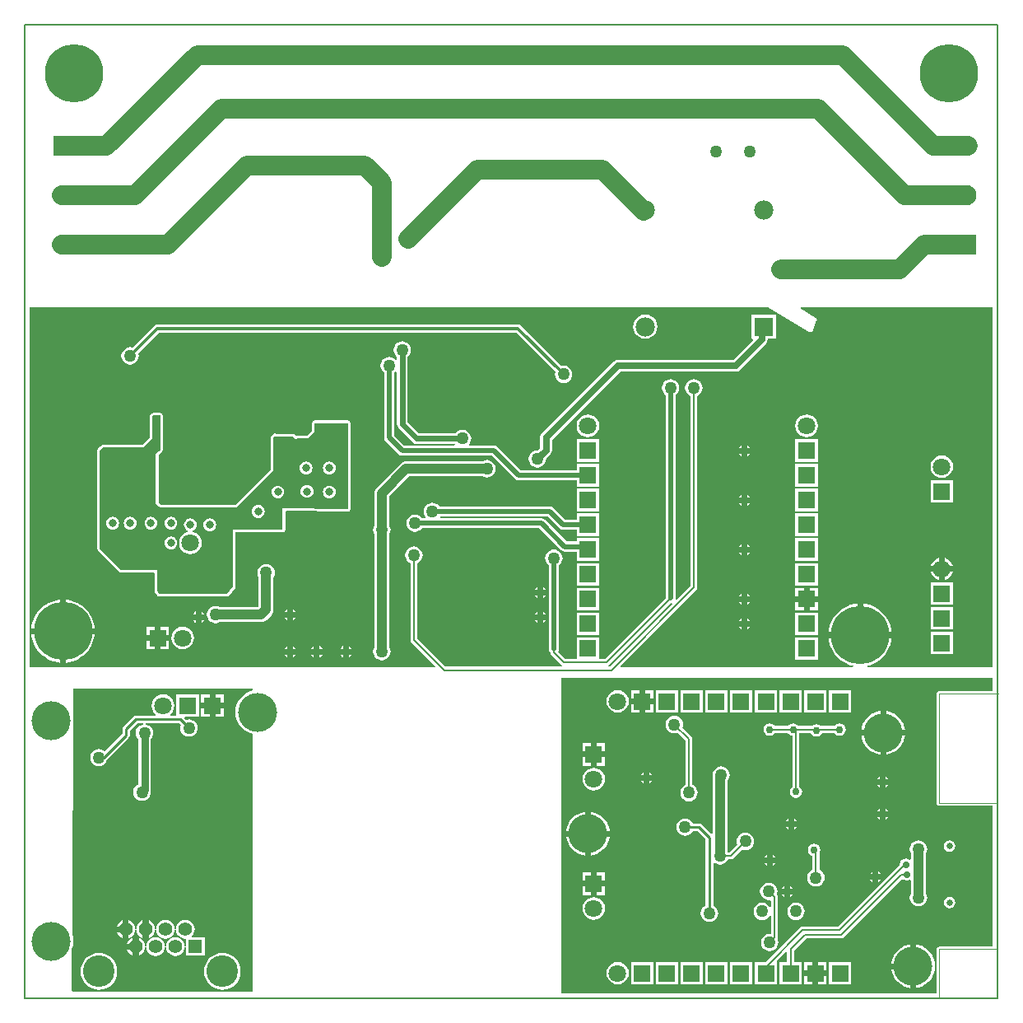
<source format=gbl>
G04*
G04 #@! TF.GenerationSoftware,Altium Limited,CircuitStudio,1.5.2 (30)*
G04*
G04 Layer_Physical_Order=2*
G04 Layer_Color=16711680*
%FSLAX44Y44*%
%MOMM*%
G71*
G01*
G75*
%ADD14R,2.1000X2.1000*%
%ADD38C,0.3000*%
%ADD39C,1.0000*%
%ADD40C,0.2000*%
%ADD41C,0.5000*%
%ADD42C,2.0000*%
%ADD43C,0.7000*%
%ADD46C,0.6000*%
%ADD47C,0.8000*%
%ADD48C,0.2540*%
%ADD51C,0.1500*%
%ADD52C,0.1000*%
%ADD53C,4.0000*%
%ADD54C,1.2580*%
%ADD55C,1.9800*%
%ADD56C,1.9350*%
%ADD57R,1.9800X1.9800*%
%ADD58C,2.1000*%
%ADD59C,6.0000*%
%ADD60R,1.8000X1.8000*%
%ADD61C,1.8000*%
%ADD62R,1.8000X1.8000*%
%ADD63C,0.6500*%
%ADD64C,3.2500*%
%ADD65C,1.3980*%
%ADD66R,1.3980X1.3980*%
%ADD67C,1.2700*%
%ADD68C,0.8000*%
%ADD69C,0.7400*%
%ADD70C,0.7500*%
G36*
X1251645Y575590D02*
X1196000D01*
X1195009Y575393D01*
X1194169Y574831D01*
X1193607Y573991D01*
X1193410Y573000D01*
Y460000D01*
X1193607Y459009D01*
X1194169Y458169D01*
X1195009Y457607D01*
X1196000Y457410D01*
X1251645D01*
Y312590D01*
X1196000D01*
X1195009Y312393D01*
X1194169Y311831D01*
X1193607Y310991D01*
X1193410Y310000D01*
Y292652D01*
X1192334Y292599D01*
X1192191Y292592D01*
X1192191D01*
X1192168Y292591D01*
X1192041Y293600D01*
X1192039Y293620D01*
D01*
X1191714Y296919D01*
X1190425Y301167D01*
X1188332Y305083D01*
X1185515Y308515D01*
X1182083Y311332D01*
X1178167Y313425D01*
X1173919Y314714D01*
X1172500Y314854D01*
Y292500D01*
Y270146D01*
X1173919Y270286D01*
X1178167Y271575D01*
X1182083Y273668D01*
X1185515Y276485D01*
X1188332Y279917D01*
X1190425Y283833D01*
X1191714Y288081D01*
X1192039Y291380D01*
Y291380D01*
X1192041Y291399D01*
X1192168Y292409D01*
X1192191Y292408D01*
X1192191D01*
X1192334Y292401D01*
X1193410Y292348D01*
Y264355D01*
X808000D01*
Y589000D01*
X1251645D01*
Y575590D01*
D02*
G37*
G36*
X921825Y664929D02*
X857505Y600609D01*
X856086D01*
X855701Y601879D01*
X856552Y602448D01*
X919971Y665867D01*
X920000Y665861D01*
X921199Y666100D01*
X921825Y664929D01*
D02*
G37*
G36*
X1251645Y600000D02*
X1122376D01*
X1122225Y601270D01*
X1125087Y601957D01*
X1129818Y603917D01*
X1134186Y606593D01*
X1138080Y609920D01*
X1141407Y613814D01*
X1144083Y618181D01*
X1146043Y622914D01*
X1147239Y627894D01*
X1147404Y630000D01*
X1082596D01*
X1082761Y627894D01*
X1083957Y622914D01*
X1085917Y618181D01*
X1088593Y613814D01*
X1091920Y609920D01*
X1095814Y606593D01*
X1100182Y603917D01*
X1104913Y601957D01*
X1107775Y601270D01*
X1107624Y600000D01*
X868764D01*
X868278Y601173D01*
X946552Y679448D01*
X947335Y680619D01*
X947609Y682000D01*
Y878873D01*
X948483Y879235D01*
X950340Y880660D01*
X951765Y882517D01*
X952661Y884679D01*
X952967Y887000D01*
X952661Y889321D01*
X951765Y891483D01*
X950340Y893340D01*
X948483Y894765D01*
X946321Y895661D01*
X944000Y895967D01*
X941679Y895661D01*
X939517Y894765D01*
X937660Y893340D01*
X936235Y891483D01*
X935339Y889321D01*
X935033Y887000D01*
X935339Y884679D01*
X936235Y882517D01*
X937660Y880660D01*
X939517Y879235D01*
X940391Y878873D01*
Y683495D01*
X926071Y669175D01*
X924900Y669801D01*
X925139Y671000D01*
Y879737D01*
X926340Y880660D01*
X927765Y882517D01*
X928661Y884679D01*
X928967Y887000D01*
X928661Y889321D01*
X927765Y891483D01*
X926340Y893340D01*
X924483Y894765D01*
X922321Y895661D01*
X920000Y895967D01*
X917679Y895661D01*
X915517Y894765D01*
X913660Y893340D01*
X912235Y891483D01*
X911339Y889321D01*
X911033Y887000D01*
X911339Y884679D01*
X912235Y882517D01*
X913660Y880660D01*
X914861Y879737D01*
Y671000D01*
X914867Y670971D01*
X852505Y608609D01*
X846539D01*
Y630844D01*
X823459D01*
Y608609D01*
X811495D01*
X804076Y616028D01*
X804748Y617034D01*
X805139Y619000D01*
Y704737D01*
X806340Y705660D01*
X807765Y707517D01*
X808661Y709679D01*
X808967Y712000D01*
X808661Y714321D01*
X807765Y716483D01*
X806340Y718340D01*
X804483Y719765D01*
X802321Y720661D01*
X800000Y720967D01*
X797679Y720661D01*
X795517Y719765D01*
X793660Y718340D01*
X792235Y716483D01*
X791339Y714321D01*
X791033Y712000D01*
X791339Y709679D01*
X792235Y707517D01*
X793660Y705660D01*
X794861Y704737D01*
Y619000D01*
X795252Y617034D01*
X796366Y615366D01*
X796391Y615350D01*
Y615000D01*
X796665Y613619D01*
X797448Y612448D01*
X807448Y602448D01*
X808299Y601879D01*
X807914Y600609D01*
X688495D01*
X659659Y629445D01*
Y706923D01*
X660533Y707285D01*
X662390Y708710D01*
X663815Y710567D01*
X664711Y712729D01*
X665017Y715050D01*
X664711Y717371D01*
X663815Y719533D01*
X662390Y721390D01*
X660533Y722815D01*
X658371Y723711D01*
X656050Y724017D01*
X653729Y723711D01*
X651567Y722815D01*
X649710Y721390D01*
X648285Y719533D01*
X647389Y717371D01*
X647083Y715050D01*
X647389Y712729D01*
X648285Y710567D01*
X649710Y708710D01*
X651567Y707285D01*
X652441Y706923D01*
Y627950D01*
X652715Y626569D01*
X653498Y625398D01*
X677722Y601173D01*
X677236Y600000D01*
X260355D01*
Y970000D01*
X1020406D01*
X1062673Y944776D01*
X1062866Y944707D01*
X1063038Y944595D01*
X1063338Y944540D01*
X1063625Y944437D01*
X1063830Y944448D01*
X1064032Y944410D01*
X1064330Y944473D01*
X1064634Y944489D01*
X1064819Y944577D01*
X1065020Y944620D01*
X1065272Y944792D01*
X1065547Y944923D01*
X1065684Y945075D01*
X1065853Y945191D01*
X1066020Y945447D01*
X1066224Y945673D01*
X1066293Y945866D01*
X1066404Y946038D01*
X1070405Y956038D01*
X1070459Y956331D01*
X1070561Y956612D01*
X1070551Y956823D01*
X1070590Y957032D01*
X1070528Y957323D01*
X1070514Y957621D01*
X1070424Y957813D01*
X1070380Y958020D01*
X1070212Y958266D01*
X1070085Y958536D01*
X1069929Y958679D01*
X1069809Y958853D01*
X1069559Y959016D01*
X1069339Y959217D01*
X1053505Y968776D01*
X1053846Y970000D01*
X1251645D01*
Y600000D01*
D02*
G37*
G36*
X490472Y577756D02*
Y575980D01*
X490374Y575970D01*
X486125Y574681D01*
X482209Y572588D01*
X478777Y569771D01*
X475961Y566339D01*
X473868Y562424D01*
X472579Y558175D01*
X472144Y553756D01*
X472579Y549338D01*
X473868Y545089D01*
X475961Y541173D01*
X478777Y537741D01*
X482209Y534924D01*
X486125Y532831D01*
X490374Y531542D01*
X490472Y531533D01*
Y266756D01*
X304793Y266756D01*
X303897Y267657D01*
X304176Y310161D01*
X305214Y313581D01*
X305649Y318000D01*
X305214Y322419D01*
X304277Y325507D01*
X305931Y577756D01*
X490472Y577756D01*
D02*
G37*
%LPC*%
G36*
X838000Y507300D02*
X829460D01*
Y498760D01*
X838000D01*
Y507300D01*
D02*
G37*
G36*
X852540D02*
X844000D01*
Y498760D01*
X852540D01*
Y507300D01*
D02*
G37*
G36*
X1141000Y487500D02*
Y485000D01*
X1143500D01*
X1142499Y486499D01*
X1141000Y487500D01*
D02*
G37*
G36*
X892000Y491500D02*
X890501Y490499D01*
X889500Y489000D01*
X892000D01*
Y491500D01*
D02*
G37*
G36*
X898000D02*
Y489000D01*
X900500D01*
X899499Y490499D01*
X898000Y491500D01*
D02*
G37*
G36*
X852540Y521840D02*
X844000D01*
Y513300D01*
X852540D01*
Y521840D01*
D02*
G37*
G36*
X397923Y572036D02*
X394910Y571639D01*
X392103Y570476D01*
X389692Y568627D01*
X387842Y566216D01*
X386680Y563409D01*
X386283Y560396D01*
X386680Y557384D01*
X387842Y554576D01*
X389692Y552166D01*
X390454Y551581D01*
X390023Y550311D01*
X369982D01*
X368743Y550064D01*
X368496Y550015D01*
X367236Y549173D01*
X357076Y539013D01*
X356234Y537753D01*
X355938Y536266D01*
Y531525D01*
X337989Y513576D01*
X336366Y514822D01*
X334203Y515717D01*
X331883Y516023D01*
X329562Y515717D01*
X327399Y514822D01*
X325542Y513397D01*
X324117Y511539D01*
X323221Y509377D01*
X322916Y507056D01*
X323221Y504735D01*
X324117Y502573D01*
X325542Y500716D01*
X327399Y499291D01*
X329562Y498395D01*
X331883Y498089D01*
X334203Y498395D01*
X336366Y499291D01*
X338223Y500716D01*
X339648Y502573D01*
X340544Y504735D01*
X340606Y505205D01*
X362569Y527169D01*
X363411Y528430D01*
X363707Y529916D01*
Y534657D01*
X371592Y542542D01*
X377640D01*
X377723Y541272D01*
X376552Y541117D01*
X374389Y540222D01*
X372532Y538797D01*
X371107Y536940D01*
X370211Y534777D01*
X369906Y532456D01*
X370211Y530135D01*
X371107Y527973D01*
X372276Y526449D01*
Y479438D01*
X371849Y479262D01*
X369992Y477837D01*
X368567Y475979D01*
X367671Y473817D01*
X367366Y471496D01*
X367671Y469175D01*
X368567Y467013D01*
X369992Y465156D01*
X371849Y463731D01*
X374012Y462835D01*
X376333Y462529D01*
X378653Y462835D01*
X380816Y463731D01*
X382673Y465156D01*
X384098Y467013D01*
X384994Y469175D01*
X385299Y471496D01*
X385203Y472229D01*
X385244Y472329D01*
X385469Y474036D01*
Y526449D01*
X386638Y527973D01*
X387534Y530135D01*
X387839Y532456D01*
X387534Y534777D01*
X386638Y536940D01*
X385213Y538797D01*
X383356Y540222D01*
X381193Y541117D01*
X380022Y541272D01*
X380105Y542542D01*
X414094D01*
X416179Y540456D01*
X415931Y539857D01*
X415626Y537536D01*
X415931Y535215D01*
X416827Y533053D01*
X418252Y531196D01*
X420109Y529771D01*
X422272Y528875D01*
X424593Y528569D01*
X426913Y528875D01*
X429076Y529771D01*
X430933Y531196D01*
X432358Y533053D01*
X433254Y535215D01*
X433559Y537536D01*
X433254Y539857D01*
X432358Y542020D01*
X430933Y543877D01*
X429076Y545302D01*
X426913Y546197D01*
X424593Y546503D01*
X422272Y546197D01*
X421673Y545949D01*
X419939Y547683D01*
X420426Y548856D01*
X434863D01*
Y571936D01*
X411782D01*
Y550311D01*
X405822D01*
X405391Y551581D01*
X406153Y552166D01*
X408003Y554576D01*
X409165Y557384D01*
X409562Y560396D01*
X409165Y563409D01*
X408003Y566216D01*
X406153Y568627D01*
X403742Y570476D01*
X400935Y571639D01*
X397923Y572036D01*
D02*
G37*
G36*
X1135750Y554854D02*
X1134331Y554714D01*
X1130083Y553425D01*
X1126167Y551332D01*
X1122735Y548515D01*
X1119918Y545083D01*
X1117825Y541167D01*
X1116536Y536919D01*
X1116396Y535500D01*
X1135750D01*
Y554854D01*
D02*
G37*
G36*
Y529500D02*
X1116396D01*
X1116536Y528081D01*
X1117825Y523833D01*
X1119918Y519917D01*
X1122735Y516485D01*
X1126167Y513668D01*
X1130083Y511575D01*
X1134331Y510286D01*
X1135750Y510146D01*
Y529500D01*
D02*
G37*
G36*
X1161104D02*
X1141750D01*
Y510146D01*
X1143169Y510286D01*
X1147417Y511575D01*
X1151333Y513668D01*
X1154765Y516485D01*
X1157582Y519917D01*
X1159675Y523833D01*
X1160964Y528081D01*
X1161104Y529500D01*
D02*
G37*
G36*
X838000Y521840D02*
X829460D01*
Y513300D01*
X838000D01*
Y521840D01*
D02*
G37*
G36*
X1135000Y487500D02*
X1133501Y486499D01*
X1132500Y485000D01*
X1135000D01*
Y487500D01*
D02*
G37*
G36*
X1143500Y446000D02*
X1141000D01*
Y443500D01*
X1142499Y444501D01*
X1143500Y446000D01*
D02*
G37*
G36*
X1135000Y454500D02*
X1133501Y453499D01*
X1132500Y452000D01*
X1135000D01*
Y454500D01*
D02*
G37*
G36*
X1141000D02*
Y452000D01*
X1143500D01*
X1142499Y453499D01*
X1141000Y454500D01*
D02*
G37*
G36*
X1041000Y444500D02*
X1039501Y443499D01*
X1038500Y442000D01*
X1041000D01*
Y444500D01*
D02*
G37*
G36*
X1047000D02*
Y442000D01*
X1049500D01*
X1048499Y443499D01*
X1047000Y444500D01*
D02*
G37*
G36*
X1135000Y446000D02*
X1132500D01*
X1133501Y444501D01*
X1135000Y443500D01*
Y446000D01*
D02*
G37*
G36*
X1143500Y479000D02*
X1141000D01*
Y476500D01*
X1142499Y477501D01*
X1143500Y479000D01*
D02*
G37*
G36*
X892000Y483000D02*
X889500D01*
X890501Y481501D01*
X892000Y480500D01*
Y483000D01*
D02*
G37*
G36*
X900500D02*
X898000D01*
Y480500D01*
X899499Y481501D01*
X900500Y483000D01*
D02*
G37*
G36*
X924000Y549967D02*
X921679Y549661D01*
X919517Y548765D01*
X917660Y547340D01*
X916235Y545483D01*
X915339Y543321D01*
X915033Y541000D01*
X915339Y538679D01*
X916235Y536517D01*
X917660Y534660D01*
X919517Y533235D01*
X921679Y532339D01*
X924000Y532033D01*
X926321Y532339D01*
X927195Y532701D01*
X935391Y524505D01*
Y479127D01*
X934517Y478765D01*
X932660Y477340D01*
X931235Y475483D01*
X930339Y473321D01*
X930033Y471000D01*
X930339Y468679D01*
X931235Y466517D01*
X932660Y464660D01*
X934517Y463235D01*
X936679Y462339D01*
X939000Y462033D01*
X941321Y462339D01*
X943483Y463235D01*
X945340Y464660D01*
X946765Y466517D01*
X947661Y468679D01*
X947967Y471000D01*
X947661Y473321D01*
X946765Y475483D01*
X945340Y477340D01*
X943483Y478765D01*
X942609Y479127D01*
Y526000D01*
X942335Y527381D01*
X941552Y528552D01*
X932299Y537805D01*
X932661Y538679D01*
X932967Y541000D01*
X932661Y543321D01*
X931765Y545483D01*
X930340Y547340D01*
X928483Y548765D01*
X926321Y549661D01*
X924000Y549967D01*
D02*
G37*
G36*
X841000Y496540D02*
X837988Y496143D01*
X835180Y494980D01*
X832770Y493130D01*
X830920Y490720D01*
X829757Y487913D01*
X829360Y484900D01*
X829757Y481888D01*
X830920Y479080D01*
X832770Y476670D01*
X835180Y474820D01*
X837988Y473657D01*
X841000Y473260D01*
X844013Y473657D01*
X846820Y474820D01*
X849230Y476670D01*
X851080Y479080D01*
X852243Y481888D01*
X852639Y484900D01*
X852243Y487913D01*
X851080Y490720D01*
X849230Y493130D01*
X846820Y494980D01*
X844013Y496143D01*
X841000Y496540D01*
D02*
G37*
G36*
X1135000Y479000D02*
X1132500D01*
X1133501Y477501D01*
X1135000Y476500D01*
Y479000D01*
D02*
G37*
G36*
X1141750Y554854D02*
Y535500D01*
X1161104D01*
X1160964Y536919D01*
X1159675Y541167D01*
X1157582Y545083D01*
X1154765Y548515D01*
X1151333Y551332D01*
X1147417Y553425D01*
X1143169Y554714D01*
X1141750Y554854D01*
D02*
G37*
G36*
X888000Y576340D02*
X879460D01*
Y567800D01*
X888000D01*
Y576340D01*
D02*
G37*
G36*
X902540D02*
X894000D01*
Y567800D01*
X902540D01*
Y576340D01*
D02*
G37*
G36*
X292000Y634000D02*
X262596D01*
X262761Y631894D01*
X263957Y626913D01*
X265917Y622182D01*
X268593Y617814D01*
X271920Y613920D01*
X275814Y610593D01*
X280182Y607917D01*
X284914Y605957D01*
X289894Y604761D01*
X292000Y604595D01*
Y634000D01*
D02*
G37*
G36*
X1004140Y576340D02*
X981060D01*
Y553260D01*
X1004140D01*
Y576340D01*
D02*
G37*
G36*
X445723Y571936D02*
X437183D01*
Y563396D01*
X445723D01*
Y571936D01*
D02*
G37*
G36*
X460262D02*
X451722D01*
Y563396D01*
X460262D01*
Y571936D01*
D02*
G37*
G36*
X534436Y613000D02*
X531600D01*
Y610164D01*
X531898Y610287D01*
X533264Y611336D01*
X534313Y612702D01*
X534436Y613000D01*
D02*
G37*
G36*
X553000D02*
X550164D01*
X550287Y612702D01*
X551336Y611336D01*
X552702Y610287D01*
X553000Y610164D01*
Y613000D01*
D02*
G37*
G36*
X561836D02*
X559000D01*
Y610164D01*
X559298Y610287D01*
X560664Y611336D01*
X561713Y612702D01*
X561836Y613000D01*
D02*
G37*
G36*
X327405Y634000D02*
X298000D01*
Y604595D01*
X300106Y604761D01*
X305086Y605957D01*
X309818Y607917D01*
X314186Y610593D01*
X318080Y613920D01*
X321407Y617814D01*
X324083Y622182D01*
X326043Y626913D01*
X327239Y631894D01*
X327405Y634000D01*
D02*
G37*
G36*
X1071539Y630844D02*
X1048459D01*
Y607764D01*
X1071539D01*
Y630844D01*
D02*
G37*
G36*
X525600Y613000D02*
X522764D01*
X522887Y612702D01*
X523936Y611336D01*
X525302Y610287D01*
X525600Y610164D01*
Y613000D01*
D02*
G37*
G36*
X978740Y576340D02*
X955660D01*
Y553260D01*
X978740D01*
Y576340D01*
D02*
G37*
G36*
X865600Y576440D02*
X862588Y576043D01*
X859780Y574880D01*
X857370Y573030D01*
X855520Y570620D01*
X854357Y567812D01*
X853960Y564800D01*
X854357Y561787D01*
X855520Y558980D01*
X857370Y556570D01*
X859780Y554720D01*
X862588Y553557D01*
X865600Y553160D01*
X868613Y553557D01*
X871420Y554720D01*
X873830Y556570D01*
X875680Y558980D01*
X876843Y561787D01*
X877240Y564800D01*
X876843Y567812D01*
X875680Y570620D01*
X873830Y573030D01*
X871420Y574880D01*
X868613Y576043D01*
X865600Y576440D01*
D02*
G37*
G36*
X1029636Y576339D02*
X1006556D01*
Y553259D01*
X1029636D01*
Y576339D01*
D02*
G37*
G36*
X1055036D02*
X1031956D01*
Y553259D01*
X1055036D01*
Y576339D01*
D02*
G37*
G36*
X1094000Y542413D02*
X1091546Y541925D01*
X1089465Y540535D01*
X1088847Y539609D01*
X1074423D01*
X1072454Y540925D01*
X1070000Y541413D01*
X1067546Y540925D01*
X1065577Y539609D01*
X1051153D01*
X1050535Y540535D01*
X1048454Y541925D01*
X1046000Y542413D01*
X1043546Y541925D01*
X1041465Y540535D01*
X1040847Y539609D01*
X1027153D01*
X1026535Y540535D01*
X1024454Y541925D01*
X1022000Y542413D01*
X1019546Y541925D01*
X1017465Y540535D01*
X1016075Y538454D01*
X1015587Y536000D01*
X1016075Y533546D01*
X1017465Y531465D01*
X1019546Y530075D01*
X1022000Y529587D01*
X1024454Y530075D01*
X1026535Y531465D01*
X1027153Y532391D01*
X1040847D01*
X1041465Y531465D01*
X1043546Y530075D01*
X1045391Y529708D01*
Y476853D01*
X1044465Y476235D01*
X1043075Y474154D01*
X1042587Y471700D01*
X1043075Y469246D01*
X1044465Y467165D01*
X1046546Y465775D01*
X1049000Y465287D01*
X1051454Y465775D01*
X1053535Y467165D01*
X1054925Y469246D01*
X1055413Y471700D01*
X1054925Y474154D01*
X1053535Y476235D01*
X1052609Y476853D01*
Y532391D01*
X1064179D01*
X1065465Y530465D01*
X1067546Y529075D01*
X1070000Y528587D01*
X1072454Y529075D01*
X1074535Y530465D01*
X1075821Y532391D01*
X1088847D01*
X1089465Y531465D01*
X1091546Y530075D01*
X1094000Y529587D01*
X1096454Y530075D01*
X1098535Y531465D01*
X1099925Y533546D01*
X1100413Y536000D01*
X1099925Y538454D01*
X1098535Y540535D01*
X1096454Y541925D01*
X1094000Y542413D01*
D02*
G37*
G36*
X445723Y557396D02*
X437183D01*
Y548856D01*
X445723D01*
Y557396D01*
D02*
G37*
G36*
X460262D02*
X451722D01*
Y548856D01*
X460262D01*
Y557396D01*
D02*
G37*
G36*
X902540Y561800D02*
X894000D01*
Y553260D01*
X902540D01*
Y561800D01*
D02*
G37*
G36*
X927940Y576340D02*
X904860D01*
Y553260D01*
X927940D01*
Y576340D01*
D02*
G37*
G36*
X953340D02*
X930260D01*
Y553260D01*
X953340D01*
Y576340D01*
D02*
G37*
G36*
X1080436Y576339D02*
X1057356D01*
Y553259D01*
X1080436D01*
Y576339D01*
D02*
G37*
G36*
X1105836D02*
X1082756D01*
Y553259D01*
X1105836D01*
Y576339D01*
D02*
G37*
G36*
X888000Y561800D02*
X879460D01*
Y553260D01*
X888000D01*
Y561800D01*
D02*
G37*
G36*
X366883Y321819D02*
X365076Y321071D01*
X363086Y319543D01*
X361558Y317552D01*
X360810Y315746D01*
X366883D01*
Y321819D01*
D02*
G37*
G36*
X356683Y327546D02*
X350610D01*
X351358Y325740D01*
X352886Y323749D01*
X354876Y322222D01*
X356683Y321474D01*
Y327546D01*
D02*
G37*
G36*
X377082Y339619D02*
X375276Y338871D01*
X373286Y337343D01*
X371758Y335352D01*
X370798Y333034D01*
X370582Y331391D01*
Y331391D01*
X370523Y330947D01*
X370518D01*
X370482D01*
X370418D01*
X369347D01*
X369283D01*
X369247D01*
X369242D01*
X369184Y331391D01*
D01*
X368967Y333034D01*
X368007Y335352D01*
X366479Y337343D01*
X364489Y338871D01*
X362682Y339619D01*
Y330546D01*
Y321474D01*
X364489Y322222D01*
X366479Y323749D01*
X368007Y325740D01*
X368967Y328058D01*
X369184Y329701D01*
Y329701D01*
X369242Y330146D01*
X369247D01*
X369283D01*
X369347D01*
X370418D01*
X370482D01*
X370518D01*
X370523D01*
X370582Y329701D01*
D01*
X370798Y328058D01*
X371758Y325740D01*
X373286Y323749D01*
X375276Y322222D01*
X377082Y321474D01*
Y330546D01*
Y339619D01*
D02*
G37*
G36*
X1080436Y296939D02*
X1071896D01*
Y288399D01*
X1080436D01*
Y296939D01*
D02*
G37*
G36*
X1166500Y314854D02*
X1165081Y314714D01*
X1160833Y313425D01*
X1156917Y311332D01*
X1153485Y308515D01*
X1150668Y305083D01*
X1148575Y301167D01*
X1147286Y296919D01*
X1147146Y295500D01*
X1166500D01*
Y314854D01*
D02*
G37*
G36*
X366883Y309746D02*
X360810D01*
X361558Y307940D01*
X363086Y305949D01*
X365076Y304422D01*
X366883Y303674D01*
Y309746D01*
D02*
G37*
G36*
X841000Y363640D02*
X837987Y363243D01*
X835180Y362080D01*
X832770Y360230D01*
X830920Y357820D01*
X829757Y355013D01*
X829360Y352000D01*
X829757Y348988D01*
X830920Y346180D01*
X832770Y343770D01*
X835180Y341920D01*
X837987Y340757D01*
X841000Y340360D01*
X844013Y340757D01*
X846820Y341920D01*
X849230Y343770D01*
X851080Y346180D01*
X852243Y348988D01*
X852639Y352000D01*
X852243Y355013D01*
X851080Y357820D01*
X849230Y360230D01*
X846820Y362080D01*
X844013Y363243D01*
X841000Y363640D01*
D02*
G37*
G36*
X1207000Y364003D02*
X1204741Y363554D01*
X1202826Y362274D01*
X1201546Y360359D01*
X1201097Y358100D01*
X1201546Y355841D01*
X1202826Y353926D01*
X1204741Y352646D01*
X1207000Y352197D01*
X1209259Y352646D01*
X1211174Y353926D01*
X1212454Y355841D01*
X1212903Y358100D01*
X1212454Y360359D01*
X1211174Y362274D01*
X1209259Y363554D01*
X1207000Y364003D01*
D02*
G37*
G36*
X1021000Y378467D02*
X1018679Y378161D01*
X1016517Y377265D01*
X1014660Y375840D01*
X1013235Y373983D01*
X1012339Y371821D01*
X1012033Y369500D01*
X1012339Y367179D01*
X1013235Y365017D01*
X1014660Y363160D01*
X1016517Y361735D01*
X1018679Y360839D01*
X1021000Y360533D01*
X1022121Y360681D01*
X1023391Y359567D01*
Y353325D01*
X1022121Y353072D01*
X1021963Y353453D01*
X1020547Y355298D01*
X1018703Y356713D01*
X1016555Y357603D01*
X1014250Y357906D01*
X1011945Y357603D01*
X1009797Y356713D01*
X1007952Y355298D01*
X1006537Y353453D01*
X1005647Y351305D01*
X1005344Y349000D01*
X1005647Y346695D01*
X1006537Y344547D01*
X1007952Y342702D01*
X1009797Y341287D01*
X1011945Y340397D01*
X1014250Y340094D01*
X1016555Y340397D01*
X1018703Y341287D01*
X1020547Y342702D01*
X1021963Y344547D01*
X1022121Y344928D01*
X1023391Y344675D01*
Y326747D01*
X1022436Y325909D01*
X1022000Y325967D01*
X1019679Y325661D01*
X1017517Y324765D01*
X1015660Y323340D01*
X1014235Y321483D01*
X1013339Y319321D01*
X1013033Y317000D01*
X1013339Y314679D01*
X1014235Y312517D01*
X1015660Y310660D01*
X1017517Y309235D01*
X1019679Y308339D01*
X1022000Y308033D01*
X1024321Y308339D01*
X1026483Y309235D01*
X1028340Y310660D01*
X1029765Y312517D01*
X1030661Y314679D01*
X1030967Y317000D01*
X1030661Y319321D01*
X1030204Y320424D01*
X1030335Y320619D01*
X1030609Y322000D01*
Y363500D01*
X1030335Y364881D01*
X1029552Y366052D01*
X1029299Y366305D01*
X1029661Y367179D01*
X1029967Y369500D01*
X1029661Y371821D01*
X1028765Y373983D01*
X1027340Y375840D01*
X1025483Y377265D01*
X1023321Y378161D01*
X1021000Y378467D01*
D02*
G37*
G36*
X420882Y340158D02*
X418395Y339831D01*
X416076Y338871D01*
X414086Y337343D01*
X412558Y335352D01*
X411598Y333034D01*
X411381Y331391D01*
Y331391D01*
X411323Y330947D01*
X411318D01*
X411282D01*
X411218D01*
X410147D01*
X410083D01*
X410047D01*
X410042D01*
X409983Y331391D01*
D01*
X409767Y333034D01*
X408807Y335352D01*
X407279Y337343D01*
X405289Y338871D01*
X402970Y339831D01*
X400482Y340158D01*
X397995Y339831D01*
X395676Y338871D01*
X393686Y337343D01*
X392158Y335352D01*
X391198Y333034D01*
X390981Y331391D01*
D01*
X390923Y330947D01*
X390918D01*
X390882D01*
X390818D01*
X389747D01*
X389683Y330947D01*
X389647Y330947D01*
X389642D01*
X389584Y331391D01*
Y331391D01*
X389367Y333034D01*
X388407Y335352D01*
X386879Y337343D01*
X384889Y338871D01*
X383083Y339619D01*
Y330546D01*
Y321474D01*
X384889Y322222D01*
X386879Y323749D01*
X388407Y325740D01*
X389367Y328058D01*
X389584Y329701D01*
D01*
X389642Y330145D01*
X389647D01*
X389683D01*
X389747D01*
X390818D01*
X390882Y330145D01*
X390918Y330145D01*
X390923D01*
X390981Y329701D01*
Y329701D01*
X391198Y328058D01*
X392158Y325740D01*
X393686Y323749D01*
X395676Y322222D01*
X397995Y321261D01*
X400482Y320934D01*
X402970Y321261D01*
X405289Y322222D01*
X407279Y323749D01*
X408807Y325740D01*
X409767Y328058D01*
X409983Y329701D01*
Y329701D01*
X410042Y330146D01*
X410047D01*
X410083D01*
X410147D01*
X411218D01*
X411282D01*
X411318D01*
X411323D01*
X411381Y329701D01*
D01*
X411598Y328058D01*
X412558Y325740D01*
X414086Y323749D01*
X416076Y322222D01*
X418395Y321261D01*
X420882Y320934D01*
X421553Y320346D01*
Y312922D01*
X420514Y312854D01*
X420348Y312843D01*
X420348D01*
X420316Y312841D01*
X420153Y313822D01*
X420150Y313847D01*
Y313847D01*
X419967Y315234D01*
X419007Y317552D01*
X417479Y319543D01*
X415489Y321071D01*
X413170Y322031D01*
X410682Y322358D01*
X408195Y322031D01*
X405876Y321071D01*
X403886Y319543D01*
X402358Y317552D01*
X401398Y315234D01*
X401181Y313591D01*
D01*
X401123Y313147D01*
X401118D01*
X401082D01*
X401018D01*
X399947D01*
X399883Y313147D01*
X399847Y313147D01*
X399842D01*
X399784Y313591D01*
Y313591D01*
X399567Y315234D01*
X398607Y317552D01*
X397079Y319543D01*
X395089Y321071D01*
X392770Y322031D01*
X390283Y322358D01*
X387795Y322031D01*
X385476Y321071D01*
X383486Y319543D01*
X381958Y317552D01*
X380998Y315234D01*
X380782Y313591D01*
Y313591D01*
X380723Y313147D01*
X380718D01*
X380682D01*
X380618D01*
X379547D01*
X379483D01*
X379447D01*
X379442D01*
X379384Y313591D01*
D01*
X379167Y315234D01*
X378207Y317552D01*
X376679Y319543D01*
X374689Y321071D01*
X372882Y321819D01*
Y312746D01*
Y303674D01*
X374689Y304422D01*
X376679Y305949D01*
X378207Y307940D01*
X379167Y310258D01*
X379384Y311901D01*
Y311901D01*
X379442Y312346D01*
X379447D01*
X379483D01*
X379547D01*
X380618D01*
X380682D01*
X380718D01*
X380723D01*
X380782Y311901D01*
D01*
X380998Y310258D01*
X381958Y307940D01*
X383486Y305949D01*
X385476Y304422D01*
X387795Y303461D01*
X390283Y303134D01*
X392770Y303461D01*
X395089Y304422D01*
X397079Y305949D01*
X398607Y307940D01*
X399567Y310258D01*
X399784Y311901D01*
D01*
X399842Y312346D01*
X399847D01*
X399883D01*
X399947D01*
X401018D01*
X401082Y312346D01*
X401118Y312346D01*
X401123D01*
X401181Y311901D01*
Y311901D01*
X401398Y310258D01*
X402358Y307940D01*
X403886Y305949D01*
X405876Y304422D01*
X408195Y303461D01*
X410682Y303134D01*
X413170Y303461D01*
X415489Y304422D01*
X417479Y305949D01*
X419007Y307940D01*
X419967Y310258D01*
X420150Y311645D01*
D01*
X420153Y311670D01*
X420316Y312651D01*
X420348Y312649D01*
D01*
X420514Y312638D01*
X421553Y312570D01*
Y303216D01*
X440612D01*
Y322276D01*
X427735D01*
X427327Y323479D01*
X427679Y323749D01*
X429207Y325740D01*
X430167Y328058D01*
X430495Y330546D01*
X430167Y333034D01*
X429207Y335352D01*
X427679Y337343D01*
X425689Y338871D01*
X423370Y339831D01*
X420882Y340158D01*
D02*
G37*
G36*
X356683Y339619D02*
X354876Y338871D01*
X352886Y337343D01*
X351358Y335352D01*
X350610Y333546D01*
X356683D01*
Y339619D01*
D02*
G37*
G36*
X1049000Y357906D02*
X1046695Y357603D01*
X1044547Y356713D01*
X1042702Y355298D01*
X1041287Y353453D01*
X1040397Y351305D01*
X1040094Y349000D01*
X1040397Y346695D01*
X1041287Y344547D01*
X1042702Y342702D01*
X1044547Y341287D01*
X1046695Y340397D01*
X1049000Y340094D01*
X1051305Y340397D01*
X1053453Y341287D01*
X1055298Y342702D01*
X1056713Y344547D01*
X1057603Y346695D01*
X1057906Y349000D01*
X1057603Y351305D01*
X1056713Y353453D01*
X1055298Y355298D01*
X1053453Y356713D01*
X1051305Y357603D01*
X1049000Y357906D01*
D02*
G37*
G36*
X1065896Y296939D02*
X1057356D01*
Y288399D01*
X1065896D01*
Y296939D01*
D02*
G37*
G36*
X865600Y297040D02*
X862588Y296643D01*
X859780Y295480D01*
X857370Y293630D01*
X855520Y291220D01*
X854357Y288412D01*
X853960Y285400D01*
X854357Y282387D01*
X855520Y279580D01*
X857370Y277170D01*
X859780Y275320D01*
X862588Y274157D01*
X865600Y273760D01*
X868613Y274157D01*
X871420Y275320D01*
X873830Y277170D01*
X875680Y279580D01*
X876843Y282387D01*
X877240Y285400D01*
X876843Y288412D01*
X875680Y291220D01*
X873830Y293630D01*
X871420Y295480D01*
X868613Y296643D01*
X865600Y297040D01*
D02*
G37*
G36*
X1065896Y282399D02*
X1057356D01*
Y273859D01*
X1065896D01*
Y282399D01*
D02*
G37*
G36*
X1080436D02*
X1071896D01*
Y273859D01*
X1080436D01*
Y282399D01*
D02*
G37*
G36*
X331883Y306227D02*
X328199Y305864D01*
X324657Y304790D01*
X321393Y303045D01*
X318532Y300697D01*
X316184Y297836D01*
X314439Y294572D01*
X313364Y291030D01*
X313002Y287346D01*
X313364Y283663D01*
X314439Y280121D01*
X316184Y276856D01*
X318532Y273995D01*
X321393Y271647D01*
X324657Y269902D01*
X328199Y268828D01*
X331883Y268465D01*
X335566Y268828D01*
X339108Y269902D01*
X342372Y271647D01*
X345233Y273995D01*
X347581Y276856D01*
X349326Y280121D01*
X350401Y283663D01*
X350763Y287346D01*
X350401Y291030D01*
X349326Y294572D01*
X347581Y297836D01*
X345233Y300697D01*
X342372Y303045D01*
X339108Y304790D01*
X335566Y305864D01*
X331883Y306227D01*
D02*
G37*
G36*
X458882D02*
X455199Y305864D01*
X451657Y304790D01*
X448393Y303045D01*
X445532Y300697D01*
X443184Y297836D01*
X441439Y294572D01*
X440364Y291030D01*
X440002Y287346D01*
X440364Y283663D01*
X441439Y280121D01*
X443184Y276856D01*
X445532Y273995D01*
X448393Y271647D01*
X451657Y269902D01*
X455199Y268828D01*
X458882Y268465D01*
X462566Y268828D01*
X466108Y269902D01*
X469372Y271647D01*
X472233Y273995D01*
X474581Y276856D01*
X476326Y280121D01*
X477401Y283663D01*
X477763Y287346D01*
X477401Y291030D01*
X476326Y294572D01*
X474581Y297836D01*
X472233Y300697D01*
X469372Y303045D01*
X466108Y304790D01*
X462566Y305864D01*
X458882Y306227D01*
D02*
G37*
G36*
X1166500Y289500D02*
X1147146D01*
X1147286Y288081D01*
X1148575Y283833D01*
X1150668Y279917D01*
X1153485Y276485D01*
X1156917Y273668D01*
X1160833Y271575D01*
X1165081Y270286D01*
X1166500Y270146D01*
Y289500D01*
D02*
G37*
G36*
X953340Y296940D02*
X930260D01*
Y273860D01*
X953340D01*
Y296940D01*
D02*
G37*
G36*
X978740D02*
X955660D01*
Y273860D01*
X978740D01*
Y296940D01*
D02*
G37*
G36*
X1004140D02*
X981060D01*
Y273860D01*
X1004140D01*
Y296940D01*
D02*
G37*
G36*
X1105836Y296939D02*
X1082756D01*
Y273859D01*
X1105836D01*
Y296939D01*
D02*
G37*
G36*
X902540Y296940D02*
X879460D01*
Y273860D01*
X902540D01*
Y296940D01*
D02*
G37*
G36*
X927940D02*
X904860D01*
Y273860D01*
X927940D01*
Y296940D01*
D02*
G37*
G36*
X1037000Y366000D02*
X1034500D01*
X1035501Y364501D01*
X1037000Y363500D01*
Y366000D01*
D02*
G37*
G36*
X1025000Y407042D02*
Y404542D01*
X1027500D01*
X1026499Y406041D01*
X1025000Y407042D01*
D02*
G37*
G36*
X832000Y425750D02*
X812646D01*
X812786Y424331D01*
X814075Y420083D01*
X816168Y416167D01*
X818985Y412735D01*
X822417Y409918D01*
X826333Y407825D01*
X830581Y406536D01*
X832000Y406396D01*
Y425750D01*
D02*
G37*
G36*
X857354D02*
X838000D01*
Y406396D01*
X839419Y406536D01*
X843667Y407825D01*
X847583Y409918D01*
X851015Y412735D01*
X853832Y416167D01*
X855925Y420083D01*
X857214Y424331D01*
X857354Y425750D01*
D02*
G37*
G36*
X1027500Y398542D02*
X1025000D01*
Y396042D01*
X1026499Y397043D01*
X1027500Y398542D01*
D02*
G37*
G36*
X1175000Y421967D02*
X1172679Y421661D01*
X1170517Y420765D01*
X1168660Y419340D01*
X1167235Y417483D01*
X1166339Y415321D01*
X1166033Y413000D01*
X1166339Y410679D01*
X1167235Y408517D01*
X1167395Y408308D01*
Y402270D01*
X1166125Y401749D01*
X1164435Y402878D01*
X1162000Y403362D01*
X1159565Y402878D01*
X1157501Y401499D01*
X1156122Y399435D01*
X1155638Y397000D01*
X1155680Y396785D01*
X1092505Y333609D01*
X1056000D01*
X1054619Y333335D01*
X1053448Y332552D01*
X1017835Y296939D01*
X1006556D01*
Y273859D01*
X1029636D01*
Y296939D01*
X1029636Y296939D01*
X1029636D01*
X1029169Y298065D01*
X1038713Y307609D01*
X1039887Y307123D01*
Y296939D01*
X1031956D01*
Y273859D01*
X1055036D01*
Y296939D01*
X1047105D01*
Y308505D01*
X1059991Y321391D01*
X1095500D01*
X1096881Y321665D01*
X1098052Y322448D01*
X1157427Y381823D01*
X1158501Y382501D01*
X1160565Y381122D01*
X1163000Y380638D01*
X1165435Y381122D01*
X1166275Y381683D01*
X1167395Y381085D01*
Y367692D01*
X1167235Y367483D01*
X1166339Y365321D01*
X1166033Y363000D01*
X1166339Y360679D01*
X1167235Y358517D01*
X1168660Y356660D01*
X1170517Y355235D01*
X1172679Y354339D01*
X1175000Y354033D01*
X1177321Y354339D01*
X1179483Y355235D01*
X1181340Y356660D01*
X1182765Y358517D01*
X1183661Y360679D01*
X1183967Y363000D01*
X1183661Y365321D01*
X1182765Y367483D01*
X1182605Y367692D01*
Y408308D01*
X1182765Y408517D01*
X1183661Y410679D01*
X1183967Y413000D01*
X1183661Y415321D01*
X1182765Y417483D01*
X1181340Y419340D01*
X1179483Y420765D01*
X1177321Y421661D01*
X1175000Y421967D01*
D02*
G37*
G36*
X1019000Y407042D02*
X1017501Y406041D01*
X1016500Y404542D01*
X1019000D01*
Y407042D01*
D02*
G37*
G36*
X838000Y451104D02*
Y431750D01*
X857354D01*
X857214Y433169D01*
X855925Y437417D01*
X853832Y441333D01*
X851015Y444765D01*
X847583Y447582D01*
X843667Y449675D01*
X839419Y450964D01*
X838000Y451104D01*
D02*
G37*
G36*
X1041000Y436000D02*
X1038500D01*
X1039501Y434501D01*
X1041000Y433500D01*
Y436000D01*
D02*
G37*
G36*
X1049500D02*
X1047000D01*
Y433500D01*
X1048499Y434501D01*
X1049500Y436000D01*
D02*
G37*
G36*
X1207000Y421803D02*
X1204741Y421354D01*
X1202826Y420074D01*
X1201546Y418159D01*
X1201097Y415900D01*
X1201546Y413641D01*
X1202826Y411726D01*
X1204741Y410446D01*
X1207000Y409996D01*
X1209259Y410446D01*
X1211174Y411726D01*
X1212454Y413641D01*
X1212903Y415900D01*
X1212454Y418159D01*
X1211174Y420074D01*
X1209259Y421354D01*
X1207000Y421803D01*
D02*
G37*
G36*
X972000Y497967D02*
X969679Y497661D01*
X967517Y496765D01*
X965660Y495340D01*
X964235Y493483D01*
X963339Y491321D01*
X963033Y489000D01*
X963339Y486679D01*
X963395Y486544D01*
Y428895D01*
X962125Y428369D01*
X952163Y438331D01*
X950902Y439173D01*
X949416Y439469D01*
X943013D01*
X942765Y440067D01*
X941340Y441925D01*
X939483Y443349D01*
X937321Y444245D01*
X935000Y444551D01*
X932679Y444245D01*
X930517Y443349D01*
X928660Y441925D01*
X927235Y440067D01*
X926339Y437905D01*
X926033Y435584D01*
X926339Y433263D01*
X927235Y431101D01*
X928660Y429244D01*
X930517Y427819D01*
X932679Y426923D01*
X935000Y426617D01*
X937321Y426923D01*
X939483Y427819D01*
X941340Y429244D01*
X942765Y431101D01*
X943013Y431699D01*
X947807D01*
X956115Y423391D01*
Y355013D01*
X955517Y354765D01*
X953660Y353340D01*
X952235Y351483D01*
X951339Y349321D01*
X951033Y347000D01*
X951339Y344679D01*
X952235Y342517D01*
X953660Y340660D01*
X955517Y339235D01*
X957679Y338339D01*
X960000Y338033D01*
X962321Y338339D01*
X964483Y339235D01*
X966340Y340660D01*
X967765Y342517D01*
X968661Y344679D01*
X968967Y347000D01*
X968661Y349321D01*
X967765Y351483D01*
X966340Y353340D01*
X964483Y354765D01*
X963885Y355013D01*
Y398655D01*
X965155Y399280D01*
X966517Y398235D01*
X968679Y397339D01*
X971000Y397033D01*
X973321Y397339D01*
X975483Y398235D01*
X977340Y399660D01*
X978765Y401517D01*
X979127Y402391D01*
X982000D01*
X983381Y402665D01*
X984552Y403448D01*
X993805Y412701D01*
X994679Y412339D01*
X997000Y412033D01*
X999321Y412339D01*
X1001483Y413235D01*
X1003340Y414660D01*
X1004765Y416517D01*
X1005661Y418679D01*
X1005967Y421000D01*
X1005661Y423321D01*
X1004765Y425483D01*
X1003340Y427340D01*
X1001483Y428765D01*
X999321Y429661D01*
X997000Y429967D01*
X994679Y429661D01*
X992517Y428765D01*
X990660Y427340D01*
X989235Y425483D01*
X988339Y423321D01*
X988033Y421000D01*
X988339Y418679D01*
X988701Y417805D01*
X980505Y409609D01*
X979127D01*
X978765Y410483D01*
X978605Y410692D01*
Y483004D01*
X979765Y484517D01*
X980661Y486679D01*
X980967Y489000D01*
X980661Y491321D01*
X979765Y493483D01*
X978340Y495340D01*
X976483Y496765D01*
X974321Y497661D01*
X972000Y497967D01*
D02*
G37*
G36*
X832000Y451104D02*
X830581Y450964D01*
X826333Y449675D01*
X822417Y447582D01*
X818985Y444765D01*
X816168Y441333D01*
X814075Y437417D01*
X812786Y433169D01*
X812646Y431750D01*
X832000D01*
Y451104D01*
D02*
G37*
G36*
X1019000Y398542D02*
X1016500D01*
X1017501Y397043D01*
X1019000Y396042D01*
Y398542D01*
D02*
G37*
G36*
X1037000Y374500D02*
X1035501Y373499D01*
X1034500Y372000D01*
X1037000D01*
Y374500D01*
D02*
G37*
G36*
X1043000D02*
Y372000D01*
X1045500D01*
X1044499Y373499D01*
X1043000Y374500D01*
D02*
G37*
G36*
X1067700Y418713D02*
X1065246Y418225D01*
X1063165Y416835D01*
X1061775Y414754D01*
X1061287Y412300D01*
X1061775Y409846D01*
X1063165Y407765D01*
X1065246Y406375D01*
X1065891Y406247D01*
Y391627D01*
X1065017Y391265D01*
X1063160Y389840D01*
X1061735Y387983D01*
X1060839Y385821D01*
X1060533Y383500D01*
X1060839Y381179D01*
X1061735Y379017D01*
X1063160Y377160D01*
X1065017Y375735D01*
X1067179Y374839D01*
X1069500Y374533D01*
X1071821Y374839D01*
X1073983Y375735D01*
X1075840Y377160D01*
X1077265Y379017D01*
X1078161Y381179D01*
X1078467Y383500D01*
X1078161Y385821D01*
X1077265Y387983D01*
X1075840Y389840D01*
X1073983Y391265D01*
X1073109Y391627D01*
Y409074D01*
X1073625Y409846D01*
X1074113Y412300D01*
X1073625Y414754D01*
X1072235Y416835D01*
X1070154Y418225D01*
X1067700Y418713D01*
D02*
G37*
G36*
X1045500Y366000D02*
X1043000D01*
Y363500D01*
X1044499Y364501D01*
X1045500Y366000D01*
D02*
G37*
G36*
X838000Y374400D02*
X829460D01*
Y365860D01*
X838000D01*
Y374400D01*
D02*
G37*
G36*
X852540D02*
X844000D01*
Y365860D01*
X852540D01*
Y374400D01*
D02*
G37*
G36*
Y388940D02*
X844000D01*
Y380400D01*
X852540D01*
Y388940D01*
D02*
G37*
G36*
X1128000Y390000D02*
X1126501Y388999D01*
X1125500Y387500D01*
X1128000D01*
Y390000D01*
D02*
G37*
G36*
X1134000D02*
Y387500D01*
X1136500D01*
X1135499Y388999D01*
X1134000Y390000D01*
D02*
G37*
G36*
X1128000Y381500D02*
X1125500D01*
X1126501Y380001D01*
X1128000Y379000D01*
Y381500D01*
D02*
G37*
G36*
X1136500D02*
X1134000D01*
Y379000D01*
X1135499Y380001D01*
X1136500Y381500D01*
D02*
G37*
G36*
X838000Y388940D02*
X829460D01*
Y380400D01*
X838000D01*
Y388940D01*
D02*
G37*
G36*
X1071540Y732540D02*
X1048460D01*
Y709460D01*
X1071540D01*
Y732540D01*
D02*
G37*
G36*
X993000Y718000D02*
X990164D01*
X990287Y717702D01*
X991336Y716336D01*
X992702Y715287D01*
X993000Y715164D01*
Y718000D01*
D02*
G37*
G36*
X1202000Y712245D02*
Y704000D01*
X1210245D01*
X1210243Y704013D01*
X1209080Y706820D01*
X1207230Y709230D01*
X1204820Y711080D01*
X1202012Y712243D01*
X1202000Y712245D01*
D02*
G37*
G36*
X1210245Y698000D02*
X1202000D01*
Y689755D01*
X1202012Y689757D01*
X1204820Y690920D01*
X1207230Y692770D01*
X1209080Y695180D01*
X1210243Y697988D01*
X1210245Y698000D01*
D02*
G37*
G36*
X1196000Y712245D02*
X1195987Y712243D01*
X1193180Y711080D01*
X1190770Y709230D01*
X1188920Y706820D01*
X1187757Y704013D01*
X1187755Y704000D01*
X1196000D01*
Y712245D01*
D02*
G37*
G36*
X1001836Y718000D02*
X999000D01*
Y715164D01*
X999298Y715287D01*
X1000664Y716336D01*
X1001713Y717702D01*
X1001836Y718000D01*
D02*
G37*
G36*
X675000Y768967D02*
X672679Y768661D01*
X670517Y767765D01*
X668660Y766340D01*
X667235Y764483D01*
X666339Y762321D01*
X666033Y760000D01*
X666339Y757679D01*
X667235Y755517D01*
X668085Y754409D01*
X667458Y753139D01*
X664262D01*
X663340Y754340D01*
X661483Y755765D01*
X659321Y756661D01*
X657000Y756967D01*
X654679Y756661D01*
X652517Y755765D01*
X650660Y754340D01*
X649235Y752483D01*
X648339Y750321D01*
X648033Y748000D01*
X648339Y745679D01*
X649235Y743517D01*
X650660Y741660D01*
X652517Y740235D01*
X654679Y739339D01*
X657000Y739033D01*
X659321Y739339D01*
X661483Y740235D01*
X663340Y741660D01*
X664262Y742861D01*
X784872D01*
X807366Y720366D01*
X809034Y719252D01*
X811000Y718861D01*
X823460D01*
Y709460D01*
X846540D01*
Y732540D01*
X823460D01*
Y729139D01*
X813129D01*
X790634Y751634D01*
X788967Y752747D01*
X787000Y753139D01*
X683532D01*
X682827Y754409D01*
X683108Y754861D01*
X793872D01*
X805966Y742766D01*
X807634Y741652D01*
X809600Y741261D01*
X823460D01*
Y734860D01*
X846540D01*
Y757940D01*
X823460D01*
Y751539D01*
X811729D01*
X799634Y763634D01*
X797967Y764747D01*
X796000Y765139D01*
X682262D01*
X681340Y766340D01*
X679483Y767765D01*
X677321Y768661D01*
X675000Y768967D01*
D02*
G37*
G36*
X395000Y861240D02*
X387650D01*
X386659Y861043D01*
X385819Y860481D01*
X385169Y859831D01*
X384607Y858991D01*
X384410Y858000D01*
Y836081D01*
X376836Y828590D01*
X336000D01*
X335009Y828393D01*
X334169Y827831D01*
X333169Y826831D01*
X331169Y824831D01*
X330607Y823991D01*
X330410Y823000D01*
Y812000D01*
Y722000D01*
X330607Y721009D01*
X331169Y720169D01*
X353169Y698169D01*
X354009Y697607D01*
X355000Y697410D01*
X388512Y697410D01*
X389410Y696512D01*
Y678600D01*
X389439Y678453D01*
X389427Y678304D01*
X389537Y677962D01*
X389607Y677609D01*
X389691Y677485D01*
X389736Y677342D01*
X391736Y673742D01*
X391969Y673468D01*
X392169Y673169D01*
X392293Y673086D01*
X392390Y672972D01*
X392710Y672807D01*
X393009Y672607D01*
X393156Y672578D01*
X393288Y672510D01*
X393647Y672480D01*
X394000Y672410D01*
X464000D01*
X464182Y672446D01*
X464366Y672436D01*
X464673Y672544D01*
X464991Y672607D01*
X465145Y672710D01*
X465320Y672772D01*
X465561Y672988D01*
X465831Y673169D01*
X465934Y673323D01*
X466072Y673446D01*
X472072Y681446D01*
X472212Y681739D01*
X472393Y682009D01*
X472429Y682190D01*
X472509Y682357D01*
X472526Y682682D01*
X472590Y683000D01*
Y738410D01*
X521000D01*
X521991Y738607D01*
X522831Y739169D01*
X523393Y740009D01*
X523590Y741000D01*
Y759584D01*
X524494Y760475D01*
X587058Y759569D01*
X587067Y759570D01*
X587077Y759568D01*
X587565Y759662D01*
X588052Y759751D01*
X588060Y759756D01*
X588069Y759758D01*
X588483Y760030D01*
X588900Y760301D01*
X588905Y760308D01*
X588913Y760314D01*
X589818Y761205D01*
X589823Y761213D01*
X589831Y761218D01*
X590107Y761631D01*
X590385Y762041D01*
X590387Y762050D01*
X590393Y762058D01*
X590490Y762546D01*
X590590Y763031D01*
X590588Y763040D01*
X590590Y763050D01*
Y851000D01*
X590393Y851991D01*
X590018Y852552D01*
X589831Y852831D01*
X589831D01*
Y852831D01*
X589552Y853018D01*
X588991Y853393D01*
X588000Y853590D01*
X585000Y853590D01*
X554000D01*
X553009Y853393D01*
X552169Y852831D01*
X551607Y851991D01*
X551410Y851000D01*
Y843073D01*
X545927Y837590D01*
X536000D01*
X535227Y837436D01*
X533831Y838831D01*
X532991Y839393D01*
X532000Y839590D01*
X515073D01*
X514831Y839831D01*
X513991Y840393D01*
X513000Y840590D01*
X512009Y840393D01*
X511169Y839831D01*
X509169Y837831D01*
X508607Y836991D01*
X508410Y836000D01*
Y831000D01*
X508410Y803073D01*
X471927Y766590D01*
X396073D01*
X395831Y766831D01*
X393190Y769473D01*
Y770000D01*
Y818067D01*
X395291Y820169D01*
X396831Y821709D01*
X397393Y822549D01*
X397590Y823540D01*
Y858650D01*
X397393Y859641D01*
X396831Y860481D01*
X395991Y861043D01*
X395000Y861240D01*
D02*
G37*
G36*
X1071540Y757940D02*
X1048460D01*
Y734860D01*
X1071540D01*
Y757940D01*
D02*
G37*
G36*
X993000Y726836D02*
X992702Y726713D01*
X991336Y725664D01*
X990287Y724298D01*
X990164Y724000D01*
X993000D01*
Y726836D01*
D02*
G37*
G36*
X999000D02*
Y724000D01*
X1001836D01*
X1001713Y724298D01*
X1000664Y725664D01*
X999298Y726713D01*
X999000Y726836D01*
D02*
G37*
G36*
Y675940D02*
Y673104D01*
X1001836D01*
X1001713Y673402D01*
X1000664Y674768D01*
X999298Y675817D01*
X999000Y675940D01*
D02*
G37*
G36*
X1056999Y681644D02*
X1048459D01*
Y673104D01*
X1056999D01*
Y681644D01*
D02*
G37*
G36*
X993000Y675940D02*
X992702Y675817D01*
X991336Y674768D01*
X990287Y673402D01*
X990164Y673104D01*
X993000D01*
Y675940D01*
D02*
G37*
G36*
X783000Y673950D02*
X780164D01*
X780287Y673652D01*
X781336Y672286D01*
X782702Y671237D01*
X783000Y671114D01*
Y673950D01*
D02*
G37*
G36*
X791836D02*
X789000D01*
Y671114D01*
X789298Y671237D01*
X790664Y672286D01*
X791713Y673652D01*
X791836Y673950D01*
D02*
G37*
G36*
X1071539Y681644D02*
X1062999D01*
Y673104D01*
X1071539D01*
Y681644D01*
D02*
G37*
G36*
Y707044D02*
X1048459D01*
Y683964D01*
X1071539D01*
Y707044D01*
D02*
G37*
G36*
X1196000Y698000D02*
X1187755D01*
X1187757Y697988D01*
X1188920Y695180D01*
X1190770Y692770D01*
X1193180Y690920D01*
X1195987Y689757D01*
X1196000Y689755D01*
Y698000D01*
D02*
G37*
G36*
X846539Y707044D02*
X823459D01*
Y683964D01*
X846539D01*
Y707044D01*
D02*
G37*
G36*
X783000Y682786D02*
X782702Y682663D01*
X781336Y681614D01*
X780287Y680248D01*
X780164Y679950D01*
X783000D01*
Y682786D01*
D02*
G37*
G36*
X789000D02*
Y679950D01*
X791836D01*
X791713Y680248D01*
X790664Y681614D01*
X789298Y682663D01*
X789000Y682786D01*
D02*
G37*
G36*
X1028440Y962440D02*
X1003560D01*
Y937560D01*
X1004191D01*
X1004677Y936387D01*
X984449Y916158D01*
X866000D01*
X863643Y915689D01*
X861645Y914355D01*
X787645Y840355D01*
X786310Y838357D01*
X785842Y836000D01*
Y825551D01*
X783227Y822937D01*
X783000Y822967D01*
X780679Y822661D01*
X778517Y821765D01*
X776660Y820340D01*
X775235Y818483D01*
X774339Y816321D01*
X774033Y814000D01*
X774339Y811679D01*
X775235Y809517D01*
X776660Y807660D01*
X778517Y806235D01*
X780679Y805339D01*
X783000Y805033D01*
X785321Y805339D01*
X787483Y806235D01*
X789340Y807660D01*
X790765Y809517D01*
X791661Y811679D01*
X791967Y814000D01*
X791937Y814228D01*
X796355Y818645D01*
X797690Y820643D01*
X798158Y823000D01*
Y833449D01*
X868551Y903842D01*
X987000D01*
X989357Y904310D01*
X991355Y905645D01*
X1018355Y932645D01*
X1019690Y934643D01*
X1020158Y937000D01*
Y937560D01*
X1028440D01*
Y962440D01*
D02*
G37*
G36*
X993000Y828436D02*
X992702Y828313D01*
X991336Y827264D01*
X990287Y825898D01*
X990164Y825600D01*
X993000D01*
Y828436D01*
D02*
G37*
G36*
X1001836Y819600D02*
X999000D01*
Y816764D01*
X999298Y816887D01*
X1000664Y817936D01*
X1001713Y819302D01*
X1001836Y819600D01*
D02*
G37*
G36*
X1071540Y834140D02*
X1048460D01*
Y811060D01*
X1071540D01*
Y834140D01*
D02*
G37*
G36*
X993000Y819600D02*
X990164D01*
X990287Y819302D01*
X991336Y817936D01*
X992702Y816887D01*
X993000Y816764D01*
Y819600D01*
D02*
G37*
G36*
X999000Y828436D02*
Y825600D01*
X1001836D01*
X1001713Y825898D01*
X1000664Y827264D01*
X999298Y828313D01*
X999000Y828436D01*
D02*
G37*
G36*
X644000Y934967D02*
X641679Y934661D01*
X639517Y933765D01*
X637660Y932340D01*
X636235Y930483D01*
X635339Y928321D01*
X635033Y926000D01*
X635339Y923679D01*
X636235Y921517D01*
X637660Y919660D01*
X638352Y919129D01*
Y916542D01*
X637149Y916134D01*
X636990Y916340D01*
X635133Y917765D01*
X632971Y918661D01*
X630650Y918967D01*
X628329Y918661D01*
X626167Y917765D01*
X624310Y916340D01*
X622885Y914483D01*
X621989Y912321D01*
X621683Y910000D01*
X621989Y907679D01*
X622885Y905517D01*
X624310Y903660D01*
X625511Y902738D01*
Y835950D01*
X625902Y833983D01*
X627016Y832316D01*
X640366Y818966D01*
X642033Y817852D01*
X644000Y817461D01*
X736272D01*
X760166Y793566D01*
X761833Y792452D01*
X763800Y792061D01*
X823460D01*
Y785660D01*
X846540D01*
Y808740D01*
X823460D01*
Y802339D01*
X765929D01*
X742034Y826234D01*
X740367Y827347D01*
X738400Y827739D01*
X713092D01*
X712608Y829009D01*
X713765Y830517D01*
X714661Y832679D01*
X714967Y835000D01*
X714661Y837321D01*
X713765Y839483D01*
X712340Y841340D01*
X710483Y842765D01*
X708321Y843661D01*
X706000Y843967D01*
X703679Y843661D01*
X701517Y842765D01*
X699660Y841340D01*
X699129Y840648D01*
X661340D01*
X649649Y852340D01*
Y919129D01*
X650340Y919660D01*
X651765Y921517D01*
X652661Y923679D01*
X652967Y926000D01*
X652661Y928321D01*
X651765Y930483D01*
X650340Y932340D01*
X648483Y933765D01*
X646321Y934661D01*
X644000Y934967D01*
D02*
G37*
G36*
X894000Y962547D02*
X890752Y962120D01*
X887726Y960866D01*
X885128Y958872D01*
X883134Y956274D01*
X881880Y953248D01*
X881453Y950000D01*
X881880Y946752D01*
X883134Y943726D01*
X885128Y941128D01*
X887726Y939134D01*
X890752Y937880D01*
X894000Y937453D01*
X897247Y937880D01*
X900274Y939134D01*
X902872Y941128D01*
X904866Y943726D01*
X906120Y946752D01*
X906547Y950000D01*
X906120Y953248D01*
X904866Y956274D01*
X902872Y958872D01*
X900274Y960866D01*
X897247Y962120D01*
X894000Y962547D01*
D02*
G37*
G36*
X763000Y952119D02*
X392000D01*
X390424Y951806D01*
X389087Y950913D01*
X366685Y928510D01*
X366321Y928661D01*
X364000Y928967D01*
X361679Y928661D01*
X359517Y927765D01*
X357660Y926340D01*
X356235Y924483D01*
X355339Y922321D01*
X355033Y920000D01*
X355339Y917679D01*
X356235Y915517D01*
X357660Y913660D01*
X359517Y912235D01*
X361679Y911339D01*
X364000Y911033D01*
X366321Y911339D01*
X368483Y912235D01*
X370340Y913660D01*
X371765Y915517D01*
X372661Y917679D01*
X372967Y920000D01*
X372661Y922321D01*
X372510Y922685D01*
X393706Y943881D01*
X761294D01*
X801490Y903685D01*
X801339Y903321D01*
X801033Y901000D01*
X801339Y898679D01*
X802235Y896517D01*
X803660Y894660D01*
X805517Y893235D01*
X807679Y892339D01*
X810000Y892033D01*
X812321Y892339D01*
X814483Y893235D01*
X816340Y894660D01*
X817765Y896517D01*
X818661Y898679D01*
X818967Y901000D01*
X818661Y903321D01*
X817765Y905483D01*
X816340Y907340D01*
X814483Y908765D01*
X812321Y909661D01*
X810000Y909967D01*
X807679Y909661D01*
X807315Y909510D01*
X765913Y950913D01*
X764576Y951806D01*
X763000Y952119D01*
D02*
G37*
G36*
X835000Y859640D02*
X831988Y859243D01*
X829180Y858080D01*
X826770Y856230D01*
X824920Y853820D01*
X823757Y851012D01*
X823361Y848000D01*
X823757Y844987D01*
X824920Y842180D01*
X826770Y839770D01*
X829180Y837920D01*
X831988Y836757D01*
X835000Y836360D01*
X838012Y836757D01*
X840820Y837920D01*
X843230Y839770D01*
X845080Y842180D01*
X846243Y844987D01*
X846640Y848000D01*
X846243Y851012D01*
X845080Y853820D01*
X843230Y856230D01*
X840820Y858080D01*
X838012Y859243D01*
X835000Y859640D01*
D02*
G37*
G36*
X1060000D02*
X1056988Y859243D01*
X1054180Y858080D01*
X1051770Y856230D01*
X1049920Y853820D01*
X1048757Y851012D01*
X1048361Y848000D01*
X1048757Y844987D01*
X1049920Y842180D01*
X1051770Y839770D01*
X1054180Y837920D01*
X1056988Y836757D01*
X1060000Y836360D01*
X1063013Y836757D01*
X1065820Y837920D01*
X1068230Y839770D01*
X1070080Y842180D01*
X1071243Y844987D01*
X1071640Y848000D01*
X1071243Y851012D01*
X1070080Y853820D01*
X1068230Y856230D01*
X1065820Y858080D01*
X1063013Y859243D01*
X1060000Y859640D01*
D02*
G37*
G36*
X1001836Y768800D02*
X999000D01*
Y765964D01*
X999298Y766087D01*
X1000664Y767136D01*
X1001713Y768502D01*
X1001836Y768800D01*
D02*
G37*
G36*
X1210540Y792190D02*
X1187460D01*
Y769110D01*
X1210540D01*
Y792190D01*
D02*
G37*
G36*
X993000Y768800D02*
X990164D01*
X990287Y768502D01*
X991336Y767136D01*
X992702Y766087D01*
X993000Y765964D01*
Y768800D01*
D02*
G37*
G36*
X846540Y783340D02*
X823460D01*
Y760260D01*
X846540D01*
Y783340D01*
D02*
G37*
G36*
X1071540D02*
X1048460D01*
Y760260D01*
X1071540D01*
Y783340D01*
D02*
G37*
G36*
X993000Y777636D02*
X992702Y777513D01*
X991336Y776464D01*
X990287Y775098D01*
X990164Y774800D01*
X993000D01*
Y777636D01*
D02*
G37*
G36*
X731000Y812967D02*
X728679Y812661D01*
X726517Y811765D01*
X726308Y811605D01*
X648000D01*
X646032Y811346D01*
X645272Y811031D01*
X644197Y810586D01*
X642622Y809378D01*
X617622Y784378D01*
X616414Y782803D01*
X615877Y781506D01*
X615654Y780968D01*
X615395Y779000D01*
Y745692D01*
X615235Y745483D01*
X614339Y743321D01*
X614033Y741000D01*
X614339Y738679D01*
X615235Y736517D01*
X615395Y736308D01*
Y620692D01*
X615235Y620483D01*
X614339Y618321D01*
X614033Y616000D01*
X614339Y613679D01*
X615235Y611517D01*
X616660Y609660D01*
X618517Y608235D01*
X620679Y607339D01*
X623000Y607033D01*
X625321Y607339D01*
X627483Y608235D01*
X629340Y609660D01*
X630765Y611517D01*
X631661Y613679D01*
X631967Y616000D01*
X631661Y618321D01*
X630765Y620483D01*
X630605Y620692D01*
Y736308D01*
X630765Y736517D01*
X631661Y738679D01*
X631967Y741000D01*
X631661Y743321D01*
X630765Y745483D01*
X630605Y745692D01*
Y775850D01*
X651150Y796395D01*
X726308D01*
X726517Y796235D01*
X728679Y795339D01*
X731000Y795033D01*
X733321Y795339D01*
X735483Y796235D01*
X737340Y797660D01*
X738765Y799517D01*
X739661Y801679D01*
X739967Y804000D01*
X739661Y806321D01*
X738765Y808483D01*
X737340Y810340D01*
X735483Y811765D01*
X733321Y812661D01*
X731000Y812967D01*
D02*
G37*
G36*
X846540Y834140D02*
X823460D01*
Y811060D01*
X846540D01*
Y834140D01*
D02*
G37*
G36*
X1199000Y817690D02*
X1195987Y817293D01*
X1193180Y816130D01*
X1190770Y814280D01*
X1188920Y811870D01*
X1187757Y809062D01*
X1187360Y806050D01*
X1187757Y803037D01*
X1188920Y800230D01*
X1190770Y797820D01*
X1193180Y795970D01*
X1195987Y794807D01*
X1199000Y794410D01*
X1202012Y794807D01*
X1204820Y795970D01*
X1207230Y797820D01*
X1209080Y800230D01*
X1210243Y803037D01*
X1210639Y806050D01*
X1210243Y809062D01*
X1209080Y811870D01*
X1207230Y814280D01*
X1204820Y816130D01*
X1202012Y817293D01*
X1199000Y817690D01*
D02*
G37*
G36*
X999000Y777636D02*
Y774800D01*
X1001836D01*
X1001713Y775098D01*
X1000664Y776464D01*
X999298Y777513D01*
X999000Y777636D01*
D02*
G37*
G36*
X1071540Y808740D02*
X1048460D01*
Y785660D01*
X1071540D01*
Y808740D01*
D02*
G37*
G36*
X1071539Y656244D02*
X1048459D01*
Y633164D01*
X1071539D01*
Y656244D01*
D02*
G37*
G36*
X1112000Y665405D02*
X1109894Y665239D01*
X1104913Y664043D01*
X1100182Y662083D01*
X1095814Y659407D01*
X1091920Y656080D01*
X1088593Y652186D01*
X1085917Y647819D01*
X1083957Y643086D01*
X1082761Y638106D01*
X1082596Y636000D01*
X1112000D01*
Y665405D01*
D02*
G37*
G36*
X1118000D02*
Y636000D01*
X1147404D01*
X1147239Y638106D01*
X1146043Y643086D01*
X1144083Y647819D01*
X1141407Y652186D01*
X1138080Y656080D01*
X1134186Y659407D01*
X1129818Y662083D01*
X1125087Y664043D01*
X1120106Y665239D01*
X1118000Y665405D01*
D02*
G37*
G36*
X389600Y641540D02*
X381060D01*
Y633000D01*
X389600D01*
Y641540D01*
D02*
G37*
G36*
X404140D02*
X395600D01*
Y633000D01*
X404140D01*
Y641540D01*
D02*
G37*
G36*
X846539Y656244D02*
X823459D01*
Y633164D01*
X846539D01*
Y656244D01*
D02*
G37*
G36*
X292000Y669405D02*
X289894Y669239D01*
X284914Y668043D01*
X280182Y666083D01*
X275814Y663407D01*
X271920Y660080D01*
X268593Y656186D01*
X265917Y651818D01*
X263957Y647086D01*
X262761Y642106D01*
X262596Y640000D01*
X292000D01*
Y669405D01*
D02*
G37*
G36*
X298000D02*
Y640000D01*
X327405D01*
X327239Y642106D01*
X326043Y647086D01*
X324083Y651818D01*
X321407Y656186D01*
X318080Y660080D01*
X314186Y663407D01*
X309818Y666083D01*
X305086Y668043D01*
X300106Y669239D01*
X298000Y669405D01*
D02*
G37*
G36*
X431460Y648550D02*
X428624D01*
X428747Y648252D01*
X429796Y646886D01*
X431162Y645837D01*
X431460Y645714D01*
Y648550D01*
D02*
G37*
G36*
X1210540Y661740D02*
X1187460D01*
Y638660D01*
X1210540D01*
Y661740D01*
D02*
G37*
G36*
X993000Y641704D02*
X990164D01*
X990287Y641406D01*
X991336Y640040D01*
X992702Y638991D01*
X993000Y638868D01*
Y641704D01*
D02*
G37*
G36*
X1001836D02*
X999000D01*
Y638868D01*
X999298Y638991D01*
X1000664Y640040D01*
X1001713Y641406D01*
X1001836Y641704D01*
D02*
G37*
G36*
X418000Y641639D02*
X414987Y641243D01*
X412180Y640080D01*
X409770Y638230D01*
X407920Y635820D01*
X406757Y633013D01*
X406361Y630000D01*
X406757Y626987D01*
X407920Y624180D01*
X409770Y621770D01*
X412180Y619920D01*
X414987Y618757D01*
X418000Y618360D01*
X421012Y618757D01*
X423820Y619920D01*
X426230Y621770D01*
X428080Y624180D01*
X429243Y626987D01*
X429640Y630000D01*
X429243Y633013D01*
X428080Y635820D01*
X426230Y638230D01*
X423820Y640080D01*
X421012Y641243D01*
X418000Y641639D01*
D02*
G37*
G36*
X389600Y627000D02*
X381060D01*
Y618460D01*
X389600D01*
Y627000D01*
D02*
G37*
G36*
X404140D02*
X395600D01*
Y618460D01*
X404140D01*
Y627000D01*
D02*
G37*
G36*
X583000Y613000D02*
X580164D01*
X580287Y612702D01*
X581336Y611336D01*
X582702Y610287D01*
X583000Y610164D01*
Y613000D01*
D02*
G37*
G36*
X591836D02*
X589000D01*
Y610164D01*
X589298Y610287D01*
X590664Y611336D01*
X591713Y612702D01*
X591836Y613000D01*
D02*
G37*
G36*
X1210540Y636340D02*
X1187460D01*
Y613260D01*
X1210540D01*
Y636340D01*
D02*
G37*
G36*
X559000Y621836D02*
Y619000D01*
X561836D01*
X561713Y619298D01*
X560664Y620664D01*
X559298Y621713D01*
X559000Y621836D01*
D02*
G37*
G36*
X583000D02*
X582702Y621713D01*
X581336Y620664D01*
X580287Y619298D01*
X580164Y619000D01*
X583000D01*
Y621836D01*
D02*
G37*
G36*
X589000D02*
Y619000D01*
X591836D01*
X591713Y619298D01*
X590664Y620664D01*
X589298Y621713D01*
X589000Y621836D01*
D02*
G37*
G36*
X525600D02*
X525302Y621713D01*
X523936Y620664D01*
X522887Y619298D01*
X522764Y619000D01*
X525600D01*
Y621836D01*
D02*
G37*
G36*
X531600D02*
Y619000D01*
X534436D01*
X534313Y619298D01*
X533264Y620664D01*
X531898Y621713D01*
X531600Y621836D01*
D02*
G37*
G36*
X553000D02*
X552702Y621713D01*
X551336Y620664D01*
X550287Y619298D01*
X550164Y619000D01*
X553000D01*
Y621836D01*
D02*
G37*
G36*
X783000Y657386D02*
X782702Y657263D01*
X781336Y656214D01*
X780287Y654848D01*
X780164Y654550D01*
X783000D01*
Y657386D01*
D02*
G37*
G36*
X437460D02*
Y654550D01*
X440296D01*
X440173Y654848D01*
X439124Y656214D01*
X437758Y657263D01*
X437460Y657386D01*
D02*
G37*
G36*
X525600Y659836D02*
X525302Y659713D01*
X523936Y658664D01*
X522887Y657298D01*
X522764Y657000D01*
X525600D01*
Y659836D01*
D02*
G37*
G36*
X789000Y657386D02*
Y654550D01*
X791836D01*
X791713Y654848D01*
X790664Y656214D01*
X789298Y657263D01*
X789000Y657386D01*
D02*
G37*
G36*
X525600Y651000D02*
X522764D01*
X522887Y650702D01*
X523936Y649336D01*
X525302Y648287D01*
X525600Y648164D01*
Y651000D01*
D02*
G37*
G36*
X999000Y650540D02*
Y647704D01*
X1001836D01*
X1001713Y648002D01*
X1000664Y649368D01*
X999298Y650417D01*
X999000Y650540D01*
D02*
G37*
G36*
X431460Y657386D02*
X431162Y657263D01*
X429796Y656214D01*
X428747Y654848D01*
X428624Y654550D01*
X431460D01*
Y657386D01*
D02*
G37*
G36*
X534436Y651000D02*
X531600D01*
Y648164D01*
X531898Y648287D01*
X533264Y649336D01*
X534313Y650702D01*
X534436Y651000D01*
D02*
G37*
G36*
X1210540Y687140D02*
X1187460D01*
Y664060D01*
X1210540D01*
Y687140D01*
D02*
G37*
G36*
X504000Y705967D02*
X501679Y705661D01*
X499517Y704765D01*
X497660Y703340D01*
X496235Y701483D01*
X495339Y699321D01*
X495033Y697000D01*
X495339Y694679D01*
X496235Y692517D01*
X496395Y692308D01*
Y662150D01*
X495850Y661605D01*
X456692D01*
X456483Y661765D01*
X454321Y662661D01*
X452000Y662967D01*
X449679Y662661D01*
X447517Y661765D01*
X445660Y660340D01*
X444235Y658483D01*
X443339Y656321D01*
X443033Y654000D01*
X443339Y651679D01*
X444235Y649517D01*
X445660Y647660D01*
X447517Y646235D01*
X449679Y645339D01*
X452000Y645033D01*
X454321Y645339D01*
X456483Y646235D01*
X456692Y646395D01*
X499000D01*
X500968Y646654D01*
X501506Y646877D01*
X502803Y647414D01*
X504378Y648622D01*
X509378Y653622D01*
X510586Y655197D01*
X511123Y656494D01*
X511346Y657032D01*
X511605Y659000D01*
Y692308D01*
X511765Y692517D01*
X512661Y694679D01*
X512967Y697000D01*
X512661Y699321D01*
X511765Y701483D01*
X510340Y703340D01*
X508483Y704765D01*
X506321Y705661D01*
X504000Y705967D01*
D02*
G37*
G36*
X1001836Y667104D02*
X999000D01*
Y664268D01*
X999298Y664391D01*
X1000664Y665440D01*
X1001713Y666806D01*
X1001836Y667104D01*
D02*
G37*
G36*
X993000D02*
X990164D01*
X990287Y666806D01*
X991336Y665440D01*
X992702Y664391D01*
X993000Y664268D01*
Y667104D01*
D02*
G37*
G36*
X846539Y681644D02*
X823459D01*
Y658564D01*
X846539D01*
Y681644D01*
D02*
G37*
G36*
X531600Y659836D02*
Y657000D01*
X534436D01*
X534313Y657298D01*
X533264Y658664D01*
X531898Y659713D01*
X531600Y659836D01*
D02*
G37*
G36*
X1071539Y667104D02*
X1062999D01*
Y658564D01*
X1071539D01*
Y667104D01*
D02*
G37*
G36*
X1056999D02*
X1048459D01*
Y658564D01*
X1056999D01*
Y667104D01*
D02*
G37*
G36*
X783000Y648550D02*
X780164D01*
X780287Y648252D01*
X781336Y646886D01*
X782702Y645837D01*
X783000Y645714D01*
Y648550D01*
D02*
G37*
G36*
X791836D02*
X789000D01*
Y645714D01*
X789298Y645837D01*
X790664Y646886D01*
X791713Y648252D01*
X791836Y648550D01*
D02*
G37*
G36*
X440296D02*
X437460D01*
Y645714D01*
X437758Y645837D01*
X439124Y646886D01*
X440173Y648252D01*
X440296Y648550D01*
D02*
G37*
G36*
X993000Y650540D02*
X992702Y650417D01*
X991336Y649368D01*
X990287Y648002D01*
X990164Y647704D01*
X993000D01*
Y650540D01*
D02*
G37*
%LPD*%
G36*
X395000Y823540D02*
X393460Y822000D01*
X390600Y819140D01*
Y770000D01*
Y768400D01*
X394000Y765000D01*
X395000Y764000D01*
X473000D01*
X511000Y802000D01*
X511000Y831000D01*
Y836000D01*
X513000Y838000D01*
X514000Y837000D01*
X532000D01*
X535000Y834000D01*
X536000Y835000D01*
X547000D01*
X554000Y842000D01*
Y851000D01*
X585000D01*
X588000Y851000D01*
Y763050D01*
X587095Y762158D01*
X521000Y763116D01*
Y741000D01*
X470000D01*
Y683000D01*
X464000Y675000D01*
X394000D01*
X392000Y678600D01*
Y700000D01*
X355000Y700000D01*
X333000Y722000D01*
Y812000D01*
Y823000D01*
X335000Y825000D01*
X336000Y826000D01*
X377900D01*
X387000Y835000D01*
Y858000D01*
X387650Y858650D01*
X395000D01*
Y823540D01*
D02*
G37*
G36*
X638352Y903458D02*
Y850000D01*
X638352Y850000D01*
X638782Y847838D01*
X640006Y846006D01*
X655006Y831006D01*
X655006Y831006D01*
X656104Y830272D01*
X656838Y829781D01*
X659000Y829351D01*
X659000Y829352D01*
X698163D01*
X698399Y829009D01*
X697732Y827739D01*
X646128D01*
X635789Y838079D01*
Y902738D01*
X636990Y903660D01*
X637149Y903866D01*
X638352Y903458D01*
D02*
G37*
%LPC*%
G36*
X346000Y754596D02*
X344293Y754372D01*
X342702Y753713D01*
X341336Y752664D01*
X340287Y751298D01*
X339628Y749707D01*
X339404Y748000D01*
X339628Y746293D01*
X340287Y744702D01*
X341336Y743336D01*
X342702Y742287D01*
X344293Y741628D01*
X346000Y741404D01*
X347707Y741628D01*
X349298Y742287D01*
X350664Y743336D01*
X351713Y744702D01*
X352372Y746293D01*
X352596Y748000D01*
X352372Y749707D01*
X351713Y751298D01*
X350664Y752664D01*
X349298Y753713D01*
X347707Y754372D01*
X346000Y754596D01*
D02*
G37*
G36*
X496000Y766596D02*
X494293Y766372D01*
X492702Y765713D01*
X491336Y764664D01*
X490287Y763298D01*
X489628Y761707D01*
X489404Y760000D01*
X489628Y758293D01*
X490287Y756702D01*
X491336Y755336D01*
X492702Y754287D01*
X494293Y753628D01*
X496000Y753403D01*
X497707Y753628D01*
X499298Y754287D01*
X500664Y755336D01*
X501713Y756702D01*
X502372Y758293D01*
X502596Y760000D01*
X502372Y761707D01*
X501713Y763298D01*
X500664Y764664D01*
X499298Y765713D01*
X497707Y766372D01*
X496000Y766596D01*
D02*
G37*
G36*
X546000Y787246D02*
X544293Y787022D01*
X542702Y786363D01*
X541336Y785314D01*
X540287Y783948D01*
X539628Y782357D01*
X539404Y780650D01*
X539628Y778943D01*
X540287Y777352D01*
X541336Y775986D01*
X542702Y774937D01*
X544293Y774278D01*
X546000Y774053D01*
X547707Y774278D01*
X549298Y774937D01*
X550664Y775986D01*
X551713Y777352D01*
X552372Y778943D01*
X552596Y780650D01*
X552372Y782357D01*
X551713Y783948D01*
X550664Y785314D01*
X549298Y786363D01*
X547707Y787022D01*
X546000Y787246D01*
D02*
G37*
G36*
X364000Y754596D02*
X362293Y754372D01*
X360702Y753713D01*
X359336Y752664D01*
X358287Y751298D01*
X357628Y749707D01*
X357404Y748000D01*
X357628Y746293D01*
X358287Y744702D01*
X359336Y743336D01*
X360702Y742287D01*
X362293Y741628D01*
X364000Y741404D01*
X365707Y741628D01*
X367298Y742287D01*
X368664Y743336D01*
X369713Y744702D01*
X370372Y746293D01*
X370596Y748000D01*
X370372Y749707D01*
X369713Y751298D01*
X368664Y752664D01*
X367298Y753713D01*
X365707Y754372D01*
X364000Y754596D01*
D02*
G37*
G36*
X385460D02*
X383753Y754372D01*
X382162Y753713D01*
X380796Y752664D01*
X379747Y751298D01*
X379088Y749707D01*
X378864Y748000D01*
X379088Y746293D01*
X379747Y744702D01*
X380796Y743336D01*
X382162Y742287D01*
X383753Y741628D01*
X385460Y741404D01*
X387167Y741628D01*
X388758Y742287D01*
X390124Y743336D01*
X391173Y744702D01*
X391832Y746293D01*
X392056Y748000D01*
X391832Y749707D01*
X391173Y751298D01*
X390124Y752664D01*
X388758Y753713D01*
X387167Y754372D01*
X385460Y754596D01*
D02*
G37*
G36*
X406000D02*
X404293Y754372D01*
X402702Y753713D01*
X401336Y752664D01*
X400287Y751298D01*
X399628Y749707D01*
X399404Y748000D01*
X399628Y746293D01*
X400287Y744702D01*
X401336Y743336D01*
X402702Y742287D01*
X404293Y741628D01*
X406000Y741404D01*
X407707Y741628D01*
X409298Y742287D01*
X410664Y743336D01*
X411713Y744702D01*
X412372Y746293D01*
X412596Y748000D01*
X412372Y749707D01*
X411713Y751298D01*
X410664Y752664D01*
X409298Y753713D01*
X407707Y754372D01*
X406000Y754596D01*
D02*
G37*
G36*
X446000Y752996D02*
X444293Y752772D01*
X442702Y752113D01*
X441336Y751064D01*
X440287Y749698D01*
X439628Y748107D01*
X439404Y746400D01*
X439628Y744693D01*
X440287Y743102D01*
X441336Y741736D01*
X442702Y740687D01*
X444293Y740028D01*
X446000Y739803D01*
X447707Y740028D01*
X449298Y740687D01*
X450664Y741736D01*
X451713Y743102D01*
X452372Y744693D01*
X452596Y746400D01*
X452372Y748107D01*
X451713Y749698D01*
X450664Y751064D01*
X449298Y752113D01*
X447707Y752772D01*
X446000Y752996D01*
D02*
G37*
G36*
X569000Y811345D02*
X567293Y811121D01*
X565702Y810462D01*
X564336Y809413D01*
X563287Y808047D01*
X562628Y806456D01*
X562404Y804749D01*
X562628Y803042D01*
X563287Y801451D01*
X564336Y800085D01*
X565702Y799036D01*
X567293Y798377D01*
X569000Y798152D01*
X570707Y798377D01*
X572298Y799036D01*
X573664Y800085D01*
X574713Y801451D01*
X575372Y803042D01*
X575596Y804749D01*
X575372Y806456D01*
X574713Y808047D01*
X573664Y809413D01*
X572298Y810462D01*
X570707Y811121D01*
X569000Y811345D01*
D02*
G37*
G36*
X406000Y734346D02*
X404293Y734122D01*
X402702Y733463D01*
X401336Y732414D01*
X400287Y731048D01*
X399628Y729457D01*
X399404Y727750D01*
X399628Y726043D01*
X400287Y724452D01*
X401336Y723086D01*
X402702Y722037D01*
X404293Y721378D01*
X406000Y721153D01*
X407707Y721378D01*
X409298Y722037D01*
X410664Y723086D01*
X411713Y724452D01*
X412372Y726043D01*
X412596Y727750D01*
X412372Y729457D01*
X411713Y731048D01*
X410664Y732414D01*
X409298Y733463D01*
X407707Y734122D01*
X406000Y734346D01*
D02*
G37*
G36*
X426000Y752996D02*
X424293Y752772D01*
X422702Y752113D01*
X421336Y751064D01*
X420287Y749698D01*
X419628Y748107D01*
X419404Y746400D01*
X419628Y744693D01*
X420287Y743102D01*
X421336Y741736D01*
X422702Y740687D01*
X423528Y740345D01*
X423356Y739042D01*
X422987Y738993D01*
X420180Y737830D01*
X417770Y735980D01*
X415920Y733570D01*
X414757Y730762D01*
X414360Y727750D01*
X414757Y724737D01*
X415920Y721930D01*
X417770Y719520D01*
X420180Y717670D01*
X422987Y716507D01*
X426000Y716110D01*
X429012Y716507D01*
X431820Y717670D01*
X434230Y719520D01*
X436080Y721930D01*
X437243Y724737D01*
X437640Y727750D01*
X437243Y730762D01*
X436080Y733570D01*
X434230Y735980D01*
X431820Y737830D01*
X429012Y738993D01*
X428644Y739042D01*
X428472Y740345D01*
X429298Y740687D01*
X430664Y741736D01*
X431713Y743102D01*
X432372Y744693D01*
X432596Y746400D01*
X432372Y748107D01*
X431713Y749698D01*
X430664Y751064D01*
X429298Y752113D01*
X427707Y752772D01*
X426000Y752996D01*
D02*
G37*
G36*
X569000Y786596D02*
X567293Y786372D01*
X565702Y785713D01*
X564336Y784664D01*
X563287Y783298D01*
X562628Y781707D01*
X562404Y780000D01*
X562628Y778293D01*
X563287Y776702D01*
X564336Y775336D01*
X565702Y774287D01*
X567293Y773628D01*
X569000Y773404D01*
X570707Y773628D01*
X572298Y774287D01*
X573664Y775336D01*
X574713Y776702D01*
X575372Y778293D01*
X575596Y780000D01*
X575372Y781707D01*
X574713Y783298D01*
X573664Y784664D01*
X572298Y785713D01*
X570707Y786372D01*
X569000Y786596D01*
D02*
G37*
G36*
X516000D02*
X514293Y786372D01*
X512702Y785713D01*
X511336Y784664D01*
X510287Y783298D01*
X509628Y781707D01*
X509404Y780000D01*
X509628Y778293D01*
X510287Y776702D01*
X511336Y775336D01*
X512702Y774287D01*
X514293Y773628D01*
X516000Y773404D01*
X517707Y773628D01*
X519298Y774287D01*
X520664Y775336D01*
X521713Y776702D01*
X522372Y778293D01*
X522596Y780000D01*
X522372Y781707D01*
X521713Y783298D01*
X520664Y784664D01*
X519298Y785713D01*
X517707Y786372D01*
X516000Y786596D01*
D02*
G37*
G36*
X545000Y811345D02*
X543293Y811121D01*
X541702Y810462D01*
X540336Y809413D01*
X539287Y808047D01*
X538628Y806456D01*
X538404Y804749D01*
X538628Y803042D01*
X539287Y801451D01*
X540336Y800085D01*
X541702Y799036D01*
X543293Y798377D01*
X545000Y798152D01*
X546707Y798377D01*
X548298Y799036D01*
X549664Y800085D01*
X550713Y801451D01*
X551372Y803042D01*
X551596Y804749D01*
X551372Y806456D01*
X550713Y808047D01*
X549664Y809413D01*
X548298Y810462D01*
X546707Y811121D01*
X545000Y811345D01*
D02*
G37*
%LPD*%
D14*
X295000Y1135800D02*
D03*
X1224000Y1034200D02*
D03*
D38*
X392000Y948000D02*
X763000D01*
X810000Y901000D01*
X364000Y920000D02*
X392000Y948000D01*
D39*
X452000Y654000D02*
X499000D01*
X504000Y659000D01*
Y697000D01*
X623000Y741000D02*
Y779000D01*
X648000Y804000D01*
X731000D01*
X623000Y616000D02*
Y741000D01*
X971000Y406000D02*
Y487200D01*
X1175000Y363000D02*
Y413000D01*
D40*
X859000Y597000D02*
X944000Y682000D01*
Y887000D01*
X854000Y605000D02*
X920000Y671000D01*
X810000Y605000D02*
X854000D01*
X800000Y615000D02*
X810000Y605000D01*
X800000Y615000D02*
Y619000D01*
X687000Y597000D02*
X859000D01*
X656050Y627950D02*
X687000Y597000D01*
X656050Y627950D02*
Y715050D01*
X1069500Y383500D02*
Y409500D01*
X939000Y471000D02*
Y526000D01*
X924000Y541000D02*
X939000Y526000D01*
X1022000Y317000D02*
X1027000Y322000D01*
Y363500D01*
X1021000Y369500D02*
X1027000Y363500D01*
X971000Y406000D02*
X982000D01*
X997000Y421000D01*
X1018096Y285399D02*
Y292096D01*
X1095500Y325000D02*
X1155500Y385000D01*
X1018096Y292096D02*
X1056000Y330000D01*
X1094000D01*
X1160000Y396000D01*
X1043496Y285399D02*
Y310000D01*
X1058496Y325000D01*
X1095500D01*
X1160000Y396000D02*
X1161000Y397000D01*
X1162000D01*
X1155500Y385000D02*
X1157500Y387000D01*
X1163000D01*
X1049000Y471700D02*
Y533000D01*
X1046000Y536000D02*
X1049000Y533000D01*
X1022000Y536000D02*
X1046000D01*
X1094000D01*
D41*
X920000Y671000D02*
Y887000D01*
X800000Y619000D02*
Y712000D01*
X763800Y797200D02*
X835000D01*
X738400Y822600D02*
X763800Y797200D01*
X644000Y822600D02*
X738400D01*
X630650Y835950D02*
X644000Y822600D01*
X630650Y835950D02*
Y910000D01*
X675000Y760000D02*
X796000D01*
X809600Y746400D01*
X657000Y748000D02*
X787000D01*
X811000Y724000D01*
X832000D01*
X835000Y721000D01*
X809600Y746400D02*
X835000D01*
D42*
X623000Y1022000D02*
Y1098000D01*
X850000Y1111000D02*
X892000Y1069000D01*
X650000Y1040000D02*
X721000Y1111000D01*
X850000D01*
X607500Y1113500D02*
X623000Y1098000D01*
X294000Y1034200D02*
X402660D01*
X484460Y1116000D01*
X605000D01*
X1181200Y1034200D02*
X1224000D01*
X1156000Y1009000D02*
X1181200Y1034200D01*
X1034000Y1009000D02*
X1156000D01*
X1161000Y1085000D02*
X1224000D01*
X1072000Y1174000D02*
X1161000Y1085000D01*
X458000Y1174000D02*
X1072000D01*
X294000Y1085000D02*
X369000D01*
X458000Y1174000D01*
X1190200Y1135800D02*
X1226000D01*
X1097000Y1229000D02*
X1190200Y1135800D01*
X433000Y1229000D02*
X1097000D01*
X339800Y1135800D02*
X433000Y1229000D01*
X296000Y1135800D02*
X339800D01*
D43*
X1014000Y937000D02*
Y949000D01*
X987000Y910000D02*
X1014000Y937000D01*
X866000Y910000D02*
X987000D01*
X792000Y836000D02*
X866000Y910000D01*
X792000Y823000D02*
Y836000D01*
X783000Y814000D02*
X792000Y823000D01*
D46*
X659000Y835000D02*
X706000D01*
X644000Y850000D02*
X659000Y835000D01*
X644000Y850000D02*
Y926000D01*
D47*
X378872Y474036D02*
Y532456D01*
D48*
X960000Y347000D02*
Y425000D01*
X949416Y435584D02*
X960000Y425000D01*
X935000Y435584D02*
X949416D01*
X331883Y507056D02*
X336963D01*
X359823Y529916D01*
Y536266D02*
X369982Y546426D01*
X415703D01*
X424593Y537536D01*
X359823Y529916D02*
Y536266D01*
D51*
X256000Y1260000D02*
X1256000D01*
X256000Y260000D02*
X1256000D01*
Y1260000D01*
X256000Y260000D02*
Y1260000D01*
D52*
X1196000Y260000D02*
Y310000D01*
Y573000D02*
X1257000D01*
X1196000Y460000D02*
Y573000D01*
Y460000D02*
X1252000D01*
X1196000Y260000D02*
X1199000D01*
X1252000Y460000D02*
X1256000D01*
X1196000Y310000D02*
X1242000D01*
X1256000D01*
Y317000D01*
D53*
X283000Y318000D02*
D03*
Y545000D02*
D03*
X494793Y553756D02*
D03*
X835000Y428750D02*
D03*
X1169500Y292500D02*
D03*
X1138750Y532500D02*
D03*
D54*
X1001750Y1130000D02*
D03*
X967000D02*
D03*
X1014250Y349000D02*
D03*
X1049000D02*
D03*
D55*
X894000Y950000D02*
D03*
Y1070000D02*
D03*
X1016000D02*
D03*
D56*
X1036000Y1010000D02*
D03*
D57*
X1016000Y950000D02*
D03*
D58*
X295000Y1085000D02*
D03*
Y1034200D02*
D03*
X1224000Y1085000D02*
D03*
Y1135800D02*
D03*
D59*
X295000Y637000D02*
D03*
X1206000Y1210000D02*
D03*
X306000D02*
D03*
X1115000Y633000D02*
D03*
D60*
X834999Y619304D02*
D03*
Y644704D02*
D03*
Y670104D02*
D03*
Y695504D02*
D03*
X835000Y797200D02*
D03*
Y822600D02*
D03*
Y771800D02*
D03*
Y746400D02*
D03*
Y721000D02*
D03*
X1059999Y619304D02*
D03*
Y644704D02*
D03*
Y670104D02*
D03*
Y695504D02*
D03*
X1060000Y797200D02*
D03*
Y822600D02*
D03*
Y771800D02*
D03*
Y746400D02*
D03*
Y721000D02*
D03*
X1199000Y780650D02*
D03*
Y624800D02*
D03*
Y650200D02*
D03*
Y675600D02*
D03*
X841000Y377400D02*
D03*
X841000Y510300D02*
D03*
D61*
X835000Y848000D02*
D03*
X418000Y630000D02*
D03*
X1060000Y848000D02*
D03*
X1199000Y806050D02*
D03*
Y701000D02*
D03*
X865600Y285400D02*
D03*
X841000Y352000D02*
D03*
X841000Y484900D02*
D03*
X865600Y564800D02*
D03*
X397923Y560396D02*
D03*
X426000Y727750D02*
D03*
D62*
X392600Y630000D02*
D03*
X1094296Y285399D02*
D03*
X1068896D02*
D03*
X1043496D02*
D03*
X1018096D02*
D03*
X916400Y285400D02*
D03*
X891000D02*
D03*
X941800D02*
D03*
X967200D02*
D03*
X992600D02*
D03*
X1094296Y564799D02*
D03*
X1068896D02*
D03*
X1043496D02*
D03*
X1018096D02*
D03*
X916400Y564800D02*
D03*
X891000D02*
D03*
X941800D02*
D03*
X967200D02*
D03*
X992600D02*
D03*
X448722Y560396D02*
D03*
X423322D02*
D03*
D63*
X1207000Y358100D02*
D03*
Y415900D02*
D03*
D64*
X331883Y287346D02*
D03*
X458882D02*
D03*
D65*
X359683Y330546D02*
D03*
X369883Y312746D02*
D03*
X380083Y330546D02*
D03*
X390283Y312746D02*
D03*
X400482Y330546D02*
D03*
X410682Y312746D02*
D03*
X420882Y330546D02*
D03*
D66*
X431082Y312746D02*
D03*
D67*
X944000Y887000D02*
D03*
X920000D02*
D03*
X800000Y712000D02*
D03*
X656050Y715050D02*
D03*
X810000Y901000D02*
D03*
X783000Y814000D02*
D03*
X630650Y910000D02*
D03*
X706000Y835000D02*
D03*
X644000Y926000D02*
D03*
X452000Y654000D02*
D03*
X504000Y697000D02*
D03*
X623000Y741000D02*
D03*
X731000Y804000D02*
D03*
X364000Y920000D02*
D03*
X675000Y760000D02*
D03*
X657000Y748000D02*
D03*
X623000Y616000D02*
D03*
X960000Y347000D02*
D03*
X939000Y471000D02*
D03*
X1069500Y383500D02*
D03*
X935000Y435584D02*
D03*
X1021000Y369500D02*
D03*
X1022000Y317000D02*
D03*
X924000Y541000D02*
D03*
X971000Y406000D02*
D03*
X972000Y489000D02*
D03*
X997000Y421000D02*
D03*
X1175000Y363000D02*
D03*
Y413000D02*
D03*
X378872Y532456D02*
D03*
X331883Y507056D02*
D03*
X424593Y537536D02*
D03*
X376333Y471496D02*
D03*
D68*
X434460Y651550D02*
D03*
X996000Y822600D02*
D03*
Y771800D02*
D03*
Y721000D02*
D03*
Y670104D02*
D03*
Y644704D02*
D03*
X786000Y676950D02*
D03*
Y651550D02*
D03*
X586000Y616000D02*
D03*
X556000D02*
D03*
X528600D02*
D03*
Y654000D02*
D03*
X623000Y1095000D02*
D03*
X698000Y1088000D02*
D03*
X682000Y1072000D02*
D03*
X667000Y1057000D02*
D03*
X623000Y1076000D02*
D03*
Y1060000D02*
D03*
X406000Y727750D02*
D03*
X545000Y804749D02*
D03*
X569000D02*
D03*
Y780000D02*
D03*
X546000Y780650D02*
D03*
X516000Y780000D02*
D03*
X496000Y760000D02*
D03*
X446000Y746400D02*
D03*
X426000D02*
D03*
X406000Y748000D02*
D03*
X385460D02*
D03*
X364000D02*
D03*
X346000D02*
D03*
D69*
X1162000Y397000D02*
D03*
X1163000Y387000D02*
D03*
X895000Y486000D02*
D03*
X1022000Y401542D02*
D03*
X1138000Y449000D02*
D03*
Y482000D02*
D03*
X1040000Y369000D02*
D03*
X1044000Y439000D02*
D03*
X1131000Y384500D02*
D03*
D70*
X1022000Y536000D02*
D03*
X1046000D02*
D03*
X1070000Y535000D02*
D03*
X1094000Y536000D02*
D03*
X1049000Y471700D02*
D03*
X1067700Y412300D02*
D03*
M02*

</source>
